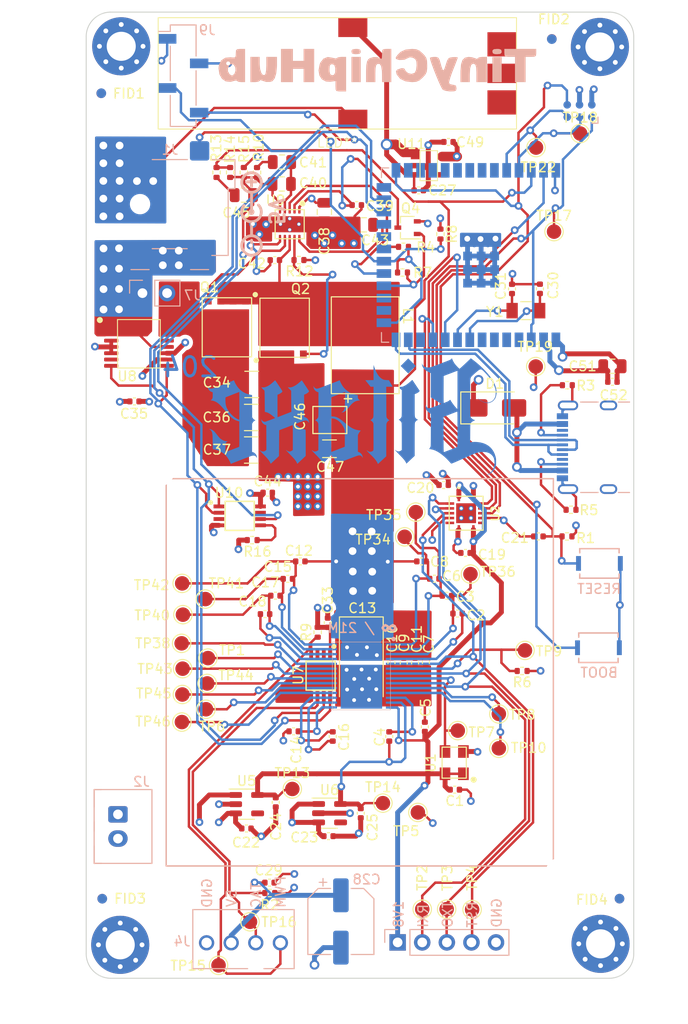
<source format=kicad_pcb>
(kicad_pcb (version 20221018) (generator pcbnew)
  (layers (0 "F.Cu" signal) (1 "In1.Cu" signal) (2 "In2.Cu" signal) (31 "B.Cu" signal) (34 "B.Paste" user) (35 "F.Paste" user) (36 "B.SilkS" user "B.Silkscreen") (37 "F.SilkS" user "F.Silkscreen") (38 "B.Mask" user) (39 "F.Mask" user) (44 "Edge.Cuts" user))
  (net 0 "")
  (net 1 "GND")
  (net 2 "/Power/VIN")
  (net 3 "/BM1366/1V8")
  (net 4 "/BM1366/INV_CLKO")
  (net 5 "/VDD")
  (net 6 "/ESP32/EN")
  (net 7 "/5V")
  (net 8 "/3V3")
  (net 9 "/TX")
  (net 10 "/RX")
  (net 11 "/BM1366/VDD3_0")
  (net 12 "/BM1366/VDD2_0")
  (net 13 "/RST")
  (net 14 "/BM1366/PIN_MODE")
  (net 15 "/Fan/FAN_TACH")
  (net 16 "/SCL")
  (net 17 "/Fan/FAN_PWM")
  (net 18 "/Power/OUT0")
  (net 19 "/Power/SW")
  (net 20 "/BM1366/0V8")
  (net 21 "/BM1366/VDD1_0")
  (net 22 "/BM1366/VDD1_1")
  (net 23 "/BM1366/VDD2_1")
  (net 24 "/BM1366/VDD3_1")
  (net 25 "Net-(Q4-D)")
  (net 26 "Net-(U9-COMP)")
  (net 27 "Net-(U9-BOOT)")
  (net 28 "Net-(C41-Pad2)")
  (net 29 "Net-(U9-BP)")
  (net 30 "/BM1366/CI")
  (net 31 "Net-(C45-Pad1)")
  (net 32 "/BM1366/RO")
  (net 33 "/BM1366/RST_N")
  (net 34 "Net-(Q1-G)")
  (net 35 "Net-(Q2-G)")
  (net 36 "/BM1366/RI")
  (net 37 "Net-(U10-FS0)")
  (net 38 "Net-(U12-GPIO19{slash}U1RTS{slash}ADC2_CH8{slash}CLK_OUT2{slash}USB_D-)")
  (net 39 "Net-(U12-GPIO20{slash}U1CTS{slash}ADC2_CH9{slash}CLK_OUT1{slash}USB_D+)")
  (net 44 "/BM1366/CLKI")
  (net 45 "/BM1366/NRSTO")
  (net 46 "/BM1366/BO")
  (net 47 "/BM1366/CLKO")
  (net 48 "/BM1366/CO")
  (net 49 "/ESP32/P_TX")
  (net 50 "/ESP32/P_RX")
  (net 51 "/ESP32/IO0")
  (net 52 "/ESP32/XIN32")
  (net 54 "/BM1366/ADDR0")
  (net 55 "/ESP32/XOUT32")
  (net 56 "/Power/PGOOD")
  (net 60 "/Power/OUT1")
  (net 62 "/ESP32/PWR_EN")
  (net 64 "/SDA")
  (net 78 "/BM1366/BI")
  (net 79 "/PLUG_SENSE")
  (net 80 "/BM1366/ADDR1")
  (net 81 "Net-(D1-Pad2)")
  (net 87 "Net-(J8-CC1)")
  (net 88 "Net-(J8-CC2)")
  (net 92 "Net-(U14-VDDIO_18_1)")
  (net 93 "Net-(U14-VDDIO_08_1)")
  (footprint "Capacitor_SMD:C_0805_2012Metric" (layer "F.Cu") (at 105.864 69.487 180)
    (fp_text reference "C43")
    (fp_text value "10uF")
  )
  (footprint "Capacitor_SMD:C_0402_1005Metric" (layer "F.Cu") (at 116.356 103.365 180)
    (fp_text reference "C19")
    (fp_text value "0.1uF")
  )
  (footprint "Diode_SMD:D_SMA" (layer "F.Cu") (at 119.38 88.392)
    (fp_text reference "D1")
    (fp_text value "SS310")
  )
  (footprint "Package_SO:TSSOP-16_4.4x5mm_P0.65mm" (layer "F.Cu") (at 82.64 81.77)
    (fp_text reference "U8")
    (fp_text value "INA260")
  )
  (footprint "Capacitor_SMD:C_0402_1005Metric" (layer "F.Cu") (at 112.268 114.6556 -90)
    (fp_text reference "C7")
    (fp_text value "0.1uF")
  )
  (footprint "Fiducial:Fiducial_1mm_Mask2mm" (layer "F.Cu") (at 125.2728 50.292)
    (fp_text reference "FID2")
    (fp_text value "Fiducial")
  )
  (footprint "Fiducial:Fiducial_1mm_Mask2mm" (layer "F.Cu") (at 132.2578 139.065)
    (fp_text reference "FID4")
    (fp_text value "Fiducial")
  )
  (footprint "Resistor_SMD:R_0402_1005Metric" (layer "F.Cu") (at 90.6496 64.079 -90)
    (fp_text reference "R13")
    (fp_text value "1.33k")
  )
  (footprint "Fiducial:Fiducial_1mm_Mask2mm" (layer "F.Cu") (at 78.8416 139.065)
    (fp_text reference "FID3")
    (fp_text value "Fiducial")
  )
  (footprint "Resistor_SMD:R_0402_1005Metric" (layer "F.Cu") (at 122.207 115.554 180)
    (fp_text reference "R6")
    (fp_text value "10k")
  )
  (footprint "Capacitor_SMD:C_0402_1005Metric" (layer "F.Cu") (at 115.25 127.81 180)
    (fp_text reference "C1")
    (fp_text value "0.1uF")
  )
  (footprint "TestPoint:TestPoint_Pad_D1.5mm" (layer "F.Cu") (at 87.0458 112.6998)
    (fp_text reference "TP38")
    (fp_text value "TestPoint")
  )
  (footprint "Package_TO_SOT_SMD:SOT-323_SC-70" (layer "F.Cu") (at 110.37 69.78 180)
    (fp_text reference "Q4")
    (fp_text value "2N7002K")
  )
  (footprint "Capacitor_SMD:C_0805_2012Metric" (layer "F.Cu") (at 97.4054 63.0058 180)
    (fp_text reference "C41")
    (fp_text value "1.5nF")
  )
  (footprint "TestPoint:TestPoint_Pad_D1.5mm" (layer "F.Cu") (at 123.61 84.12)
    (fp_text reference "TP19")
    (fp_text value "TestPoint")
  )
  (footprint "Resistor_SMD:R_0402_1005Metric" (layer "F.Cu") (at 113.77 70.44 -90)
    (fp_text reference "R8")
    (fp_text value "1M")
  )
  (footprint "Capacitor_SMD:C_0402_1005Metric" (layer "F.Cu") (at 114.44 107.79 180)
    (fp_text reference "C3")
    (fp_text value "1uF")
  )
  (footprint "MountingHole:MountingHole_3.5mm" (layer "F.Cu") (at 84.71 94.91)
    (fp_text reference "H6" hide)
    (fp_text value "MountingHole")
  )
  (footprint "Resistor_SMD:R_0402_1005Metric" (layer "F.Cu") (at 127.254 98.91 180)
    (fp_text reference "R5")
    (fp_text value "5.1k")
  )
  (footprint "Capacitor_SMD:C_0805_2012Metric" (layer "F.Cu") (at 101.783 68.1616 -90)
    (fp_text reference "C38")
    (fp_text value "1uF")
  )
  (footprint "TestPoint:TestPoint_Pad_D1.5mm" (layer "F.Cu") (at 111.225 99.15)
    (fp_text reference "TP35")
    (fp_text value "TestPoint")
  )
  (footprint "TestPoint:TestPoint_Pad_D1.5mm" (layer "F.Cu") (at 111.44 130.16)
    (fp_text reference "TP5")
    (fp_text value "TestPoint")
  )
  (footprint "Capacitor_SMD:C_0402_1005Metric" (layer "F.Cu") (at 105.54 130.24 -90)
    (fp_text reference "C25")
    (fp_text value "1uF")
  )
  (footprint "Capacitor_SMD:C_0805_2012Metric" (layer "F.Cu") (at 93.472 66.42)
    (fp_text reference "C45")
    (fp_text value "470pF")
  )
  (footprint "bitaxe:SC32S-7PF20PPM" (layer "F.Cu") (at 122.595 78.349 180)
    (fp_text reference "Y1")
    (fp_text value "32.768kHz")
  )
  (footprint "TestPoint:TestPoint_Pad_D1.5mm" (layer "F.Cu") (at 94.107 141.4526)
    (fp_text reference "TP16")
    (fp_text value "TestPoint")
  )
  (footprint "TestPoint:TestPoint_Pad_D1.5mm" (layer "F.Cu") (at 90.8558 145.9484)
    (fp_text reference "TP15")
    (fp_text value "TestPoint")
  )
  (footprint "Package_TO_SOT_SMD:SOT-23-5" (layer "F.Cu") (at 93.753 129.308)
    (fp_text reference "U5")
    (fp_text value "MCP1824T-1802E")
  )
  (footprint "Capacitor_SMD:C_0805_2012Metric" (layer "F.Cu") (at 131.53 84.09)
    (fp_text reference "C51")
    (fp_text value "10uF")
  )
  (footprint "TestPoint:TestPoint_Pad_D1.5mm" (layer "F.Cu") (at 119.8 119.99)
    (fp_text reference "TP8")
    (fp_text value "TestPoint")
  )
  (footprint "Package_TO_SOT_SMD:SOT-23-5" (layer "F.Cu") (at 102.32 130.24)
    (fp_text reference "U6")
    (fp_text value "MCP1824T-0802E")
  )
  (footprint "MountingHole:MountingHole_3.5mm" (layer "F.Cu") (at 126.06 136.36)
    (fp_text reference "H5" hide)
    (fp_text value "MountingHole")
  )
  (footprint "TestPoint:TestPoint_Pad_D1.5mm" (layer "F.Cu") (at 89.7636 114.2238)
    (fp_text reference "TP1")
    (fp_text value "TestPoint")
  )
  (footprint "Capacitor_SMD:C_0402_1005Metric" (layer "F.Cu") (at 108.485 122.318 90)
    (fp_text reference "C4")
    (fp_text value "1uF")
  )
  (footprint "TestPoint:TestPoint_Pad_D1.5mm" (layer "F.Cu") (at 87.1474 115.316)
    (fp_text reference "TP43")
    (fp_text value "TestPoint")
  )
  (footprint "Package_SO:TSSOP-8_3x3mm_P0.65mm" (layer "F.Cu") (at 101.3968 116.0272 -90)
    (fp_text reference "U7")
    (fp_text value "EMC2101")
  )
  (footprint "Capacitor_SMD:C_0402_1005Metric" (layer "F.Cu") (at 99.3 104.24 180)
    (fp_text reference "C12")
    (fp_text value "1uF")
  )
  (footprint "Capacitor_SMD:C_0402_1005Metric" (layer "F.Cu") (at 131.53 85.7)
    (fp_text reference "C52")
    (fp_text value "0.1uF")
  )
  (footprint "Resistor_SMD:R_0402_1005Metric" (layer "F.Cu") (at 126.837 101.658 180)
    (fp_text reference "R1")
    (fp_text value "10k")
  )
  (footprint "MountingHole:MountingHole_3mm_Pad_Via" (layer "F.Cu") (at 130.23501 51.12099)
    (fp_text reference "H7")
    (fp_text value "MountingHole_Pad")
  )
  (footprint "Capacitor_SMD:C_0402_1005Metric" (layer "F.Cu") (at 124.043 76.096 90)
    (fp_text reference "C30")
    (fp_text value "6.8pF")
  )
  (footprint "Fiducial:Fiducial_1mm_Mask2mm" (layer "F.Cu") (at 78.74 55.9054)
    (fp_text reference "FID1")
    (fp_text value "Fiducial")
  )
  (footprint "bitaxe:TXB0104" (layer "F.Cu") (at 116.422 99.265 -90)
    (fp_text reference "U2")
    (fp_text value "TXB0104RGYR")
  )
  (footprint "Resistor_SMD:R_0402_1005Metric" (layer "F.Cu") (at 94.8288 64.0836 -90)
    (fp_text reference "R10")
    (fp_text value "3.83k")
  )
  (footprint "TestPoint:TestPoint_Pad_D1.5mm" (layer "F.Cu") (at 87.1 106.51)
    (fp_text reference "TP42")
    (fp_text value "TestPoint")
  )
  (footprint "TestPoint:TestPoint_Pad_D1.5mm" (layer "F.Cu") (at 125.5 70.19)
    (fp_text reference "TP17")
    (fp_text value "TestPoint")
  )
  (footprint "bitaxe:FP1005R1-R15-R" (layer "F.Cu") (at 106.0006 81.9214 -90)
    (fp_text reference "L1")
    (fp_text value "150nH")
  )
  (footprint "Resistor_SMD:R_0402_1005Metric" (layer "F.Cu") (at 93.465 64.079 90)
    (fp_text reference "R15")
    (fp_text value "3.32k")
  )
  (footprint "bitaxe:LED-RF-Controller" (layer "F.Cu") (at 103.124 53.848)
    (fp_text reference "LED**")
    (fp_text value "LED-RF-Controller")
  )
  (footprint "Capacitor_SMD:C_0402_1005Metric" (layer "F.Cu") (at 98.01 106.04 180)
    (fp_text reference "C15")
    (fp_text value "1uF")
  )
  (footprint "Resistor_SMD:R_0402_1005Metric" (layer "F.Cu") (at 94.33 102.04 180)
    (fp_text reference "R16")
    (fp_text value "80.6k")
  )
  (footprint "MountingHole:MountingHole_3mm_Pad_Via" (layer "F.Cu") (at 130.302 143.728)
    (fp_text reference "H9")
    (fp_text value "MountingHole_Pad")
  )
  (footprint "Capacitor_SMD:C_0402_1005Metric" (layer "F.Cu") (at 102.646 122.318 90)
    (fp_text reference "C16")
    (fp_text value "1uF")
  )
  (footprint "Capacitor_SMD:C_0402_1005Metric" (layer "F.Cu") (at 114.6 60.93 180)
    (fp_text reference "C49")
    (fp_text value "1uF")
  )
  (footprint "Capacitor_SMD:C_0402_1005Metric" (layer "F.Cu") (at 95.659 109.681 180)
    (fp_text reference "C18")
    (fp_text value "1uF")
  )
  (footprint "TestPoint:TestPoint_Pad_D1.5mm" (layer "F.Cu") (at 128.2 60.06)
    (fp_text reference "TP18")
    (fp_text value "TestPoint")
  )
  (footprint "Capacitor_SMD:C_0805_2012Metric" (layer "F.Cu") (at 97.383 65.268 180)
    (fp_text reference "C40")
    (fp_text value "180pF")
  )
  (footprint "Package_SO:TSSOP-8_3x3mm_P0.65mm" (layer "F.Cu") (at 93.04 99.54)
    (fp_text reference "U10")
    (fp_text value "DS4432U+")
  )
  (footprint "TestPoint:TestPoint_Pad_D1.5mm" (layer "F.Cu") (at 116.87 105.55)
    (fp_text reference "TP36")
    (fp_text value "TestPoint")
  )
  (footprint "Capacitor_SMD:C_0402_1005Metric" (layer "F.Cu") (at 105.13 67.45)
    (fp_text reference "C39")
    (fp_text value "3.3nF")
  )
  (footprint "TestPoint:TestPoint_Pad_D1.5mm" (layer "F.Cu") (at 89.6874 116.84)
    (fp_text reference "TP44")
    (fp_text value "TestPoint")
  )
  (footprint "MountingHole:MountingHole_3mm_Pad_Via" (layer "F.Cu") (at 80.70501 143.83099)
    (fp_text reference "H10")
    (fp_text value "MountingHole_Pad")
  )
  (footprint "Capacitor_SMD:C_0402_1005Metric" (layer "F.Cu") (at 121.159 76.105 90)
    (fp_text reference "C31")
    (fp_text value "6.8pF")
  )
  (footprint "Capacitor_SMD:C_0402_1005Metric" (layer "F.Cu") (at 82.17 87.72 180)
    (fp_text reference "C35")
    (fp_text value "1uF")
  )
  (footprint "Capacitor_SMD:C_0402_1005Metric" (layer "F.Cu") (at 108.712 114.681 -90)
    (fp_text reference "C10")
    (fp_text value "1uF")
  )
  (footprint "Capacitor_SMD:C_0402_1005Metric" (layer "F.Cu") (at 111.1504 114.7064 -90)
    (fp_text reference "C11")
    (fp_text value "1uF")
  )
  (footprint "Resistor_SMD:R_0402_1005Metric" (layer "F.Cu") (at 92.0573 64.079 -90)
    (fp_text reference "R14")
    (fp_text value "4.99k")
  )
  (footprint "Capacitor_SMD:C_0402_1005Metric" (layer "F.Cu") (at 98.612 121.788 180)
    (fp_text reference "C14")
    (fp_text value "1uF")
  )
  (footprint "Capacitor_Tantalum_SMD:CP_EIA-7343-31_Kemet-D_Pad2.25x2.55mm_HandSolder" (layer "F.Cu") (at 105.6 114.56 -90)
    (fp_text reference "C13")
    (fp_text value "330uF")
  )
  (footprint "bitaxe:CSD17311Q5" (layer "F.Cu") (at 97.6816 80.1102 -90)
    (fp_text reference "Q2")
    (fp_text value "CSD17311Q5")
  )
  (footprint "Capacitor_SMD:C_0402_1005Metric" (layer "F.Cu") (at 102.1334 110.5662 90)
    (fp_text reference "C33")
    (fp_text value "0.1uF")
  )
  (footprint "Resistor_SMD:R_0402_1005Metric" (layer "F.Cu") (at 96.15 138.48)
    (fp_text reference "R2")
    (fp_text value "5.6k")
  )
  (footprint "TestPoint:TestPoint_Pad_D1.5mm" (layer "F.Cu") (at 114.41 140.15)
    (fp_text reference "TP3")
    (fp_text value "TestPoint")
  )
  (footprint "TestPoint:TestPoint_Pad_D1.5mm" (layer "F.Cu") (at 89.5 108.13)
    (fp_text reference "TP41")
    (fp_text value "TestPoint")
  )
  (footprint "Capacitor_SMD:C_0402_1005Metric" (layer "F.Cu") (at 95.93 97.14)
    (fp_text reference "C44")
    (fp_text value "1uF")
  )
  (footprint "bitaxe:TPS40305" (layer "F.Cu") (at 98.201691 69.4222 -90)
    (fp_text reference "U9")
    (fp_text value "TPS40305")
  )
  (footprint "TestPoint:TestPoint_Pad_D1.5mm" (layer "F.Cu") (at 110.075 101.7)
    (fp_text reference "TP34")
    (fp_text value "TestPoint")
  )
  (footprint "TestPoint:TestPoint_Pad_D1.5mm" (layer "F.Cu") (at 87.0712 120.8278)
    (fp_text reference "TP46")
    (fp_text value "TestPoint")
  )
  (footprint "MountingHole:MountingHole_3mm_Pad_Via" (layer "F.Cu") (at 80.808 51.054)
    (fp_text reference "H8" hide)
    (fp_text value "MountingHole_Pad")
  )
  (footprint "Capacitor_SMD:C_0402_1005Metric" (layer "F.Cu") (at 93.733 131.818)
    (fp_text reference "C22")
    (fp_text value "1uF")
  )
  (footprint "TestPoint:TestPoint_Pad_D1.5mm" (layer "F.Cu") (at 119.8 123.54)
    (fp_text reference "TP10")
    (fp_text value "TestPoint")
  )
  (footprint "Capacitor_SMD:C_0402_1005Metric" (layer "F.Cu") (at 123.89 101.66 180)
    (fp_text reference "C21")
    (fp_text value "1uF")
  )
  (footprint "Capacitor_SMD:C_0402_1005Metric" (layer "F.Cu") (at 113.14 106.03 180)
    (fp_text reference "C6")
    (fp_text value "1uF")
  )
  (footprint "bitaxe:CAP_2R5TPE220MAFB" (layer "F.Cu") (at 102.3516 89.6402 180)
    (fp_text reference "C46")
    (fp_text value "220uF")
  )
  (footprint "bitaxe:CSD17311Q5" (layer "F.Cu") (at 91.719887 80.066364 90)
    (fp_text reference "Q1")
    (fp_text value "CSD17311Q5")
  )
  (footprint "Capacitor_SMD:C_0402_1005Metric" (layer "F.Cu") (at 96.6698 73.128)
    (fp_text reference "C42")
    (fp_text value "0.1uF")
  )
  (footprint "TestPoint:TestPoint_Pad_D1.5mm" (layer "F.Cu") (at 115.56 121.71)
    (fp_text reference "TP7")
    (fp_text value "TestPoint")
  )
  (footprint "Capacitor_SMD:C_1210_3225Metric" (layer "F.Cu") (at 94.2816 85.9702)
    (fp_text reference "C34")
    (fp_text value "47uF")
  )
  (footprint "TestPoint:TestPoint_Pad_D1.5mm" (layer "F.Cu") (at 87.18 109.74)
    (fp_text reference "TP40")
    (fp_text value "TestPoint")
  )
  (footprint "TestPoint:TestPoint_Pad_D1.5mm" (layer "F.Cu") (at 117.04 140.19 90)
    (fp_text reference "TP4")
    (fp_text value "TestPoint")
  )
  (footprint "bitaxe:O 25,0-JO32-B-1V3-1-T1-LF" (layer "F.Cu") (at 115.19 125.02 90)
    (fp_text reference "U1")
    (fp_text value "25MHz")
  )
  (footprint "TestPoint:TestPoint_Pad_D1.5mm" (layer "F.Cu") (at 98.473 127.736)
    (fp_text reference "TP13")
    (fp_text value "TestPoint")
  )
  (footprint "Resistor_SMD:R_0402_1005Metric" (layer "F.Cu") (at 99.1602 73.1234)
    (fp_text reference "R12")
    (fp_text value "4.12k")
  )
  (footprint "Resistor_SMD:R_0402_1005Metric" (layer "F.Cu") (at 109.955 71.76 180)
    (fp_text reference "R4")
    (fp_text value "10k")
  )
  (footprint "Capacitor_SMD:C_0402_1005Metric" (layer "F.Cu") (at 115.54 109.624 180)
    (fp_text reference "C2")
    (fp_text value "1uF")
  )
  (footprint "Resistor_SMD:R_0402_1005Metric" (layer "F.Cu") (at 109.85 74.41)
    (fp_text reference "R7")
    (fp_text value "10k")
  )
  (footprint "Capacitor_SMD:C_0402_1005Metric" (layer "F.Cu") (at 102.21 132.61)
    (fp_text reference "C23")
    (fp_text value "1uF")
  )
  (footprint "TestPoint:TestPoint_Pad_D1.5mm" (layer "F.Cu") (at 89.5604 119.507)
    (fp_text reference "TP6")
    (fp_text value "TestPoint")
  )
  (footprint "Capacitor_SMD:C_0402_1005Metric" (layer "F.Cu") (at 112.16 121.32 90)
    (fp_text reference "C5")
    (fp_text value "1uF")
  )
  (footprint "TestPoint:TestPoint_Pad_D1.5mm" (layer "F.Cu") (at 122.5 113.43)
    (fp_text reference "TP9")
    (fp_text value "TestPoint")
  )
  (footprint "Resistor_SMD:R_0402_1005Metric" (layer "F.Cu") (at 101.092 111.5568 90)
    (fp_text reference "R9")
    (fp_text value "10k")
  )
  (footprint "Capacitor_SMD:C_0402_1005Metric" (layer "F.Cu") (at 96.73 107.78 180)
    (fp_text reference "C17")
    (fp_text value "1uF")
  )
  (footprint "Capacitor_SMD:C_0402_1005Metric" (layer "F.Cu") (at 111.81 104.24 180)
    (fp_text reference "C8")
    (fp_text value "1uF")
  )
  (footprint "Capacitor_SMD:C_0402_1005Metric" (layer "F.Cu") (at 96.12 137.41)
    (fp_text reference "C29")
    (fp_text value "0.1uF")
  )
  (footprint "TestPoint:TestPoint_Pad_D1.5mm" (layer "F.Cu") (at 107.83 129.2)
    (fp_text reference "TP14")
    (fp_text value "TestPoint")
  )
  (footprint "TestPoint:TestPoint_Pad_D1.5mm" (layer "F.Cu") (at 87.122 117.983)
    (fp_text reference "TP45")
    (fp_text value "TestPoint")
  )
  (footprint "Resistor_SMD:R_0402_1005Metric" (layer "F.Cu") (at 126.872 86.047 180)
    (fp_text reference "R3")
    (fp_text value "5.1k")
  )
  (footprint "Capacitor_SMD:C_0402_1005Metric" (layer "F.Cu") (at 111.531 65.931)
    (fp_text reference "C27")
    (fp_text value "1uF")
  )
  (footprint "TestPoint:TestPoint_Pad_D1.5mm" (layer "F.Cu") (at 123.64 61.51)
    (fp_text reference "TP22")
    (fp_text value "TestPoint")
  )
  (footprint "TestPoint:TestPoint_Pad_D1.5mm" (layer "F.Cu") (at 111.89 140.15)
    (fp_text reference "TP2")
    (fp_text value "TestPoint")
  )
  (footprint "Capacitor_SMD:C_0402_1005Metric" (layer "F.Cu") (at 114.102 96.355 180)
    (fp_text reference "C20")
    (fp_text value "0.1uF")
  )
  (footprint "Capacitor_SMD:C_1206_3216Metric" (layer "F.Cu") (at 102.3116 92.6102 180)
    (fp_text reference "C47")
    (fp_text value "100uF")
  )
  (footprint "Capacitor_SMD:C_0402_1005Metric" (layer "F.Cu") (at 96.763 129.118 -90)
    (fp_text reference "C24")
    (fp_text value "1uF")
  )
  (footprint "Capacitor_SMD:C_1210_3225Metric" (layer "F.Cu") (at 94.2416 89.3802)
    (fp_text reference "C36")
    (fp_text value "47uF")
  )
  (footprint "Capacitor_SMD:C_0402_1005Metric" (layer "F.Cu") (at 109.982 114.71 -90)
    (fp_text reference "C9")
    (fp_text value "0.1uF")
  )
  (footprint "bitaxe:RT9080-33GJ5" (layer "F.Cu") (at 112.563 63.38)
    (fp_text reference "U11")
    (fp_text value "RT9080-33GJ5")
  )
  (footprint "Capacitor_SMD:C_1210_3225Metric" (layer "F.Cu") (at 94.2416 92.7402)
    (fp_text reference "C37")
    (fp_text value "47uF")
  )
  (footprint "bitaxe:470531000" (layer "B.Cu") (at 89.621 143.622)
    (fp_text reference "J4")
    (fp_text value "Conn_01x04")
  )
  (footprint "Connector_PinSocket_2.54mm:PinSocket_1x04_P2.54mm_Vertical_SMD_Pin1Right" (layer "B.Cu") (at 87.205 54.09 180)
    (fp_text reference "J9")
    (fp_text value "Conn_01x04")
  )
  (footprint "Fiducial:Fiducial_1mm_Mask2mm" (layer "B.Cu") (at 132.26 139.06 180)
    (fp_text reference "FID7" hide)
    (fp_text value "Fiducial")
  )
  (footprint "Connector_PinHeader_2.54mm:PinHeader_1x02_P2.54mm_Vertical" (layer "B.Cu") (at 83 76.54 -90)
    (fp_text reference "J7")
    (fp_text value "Conn_01x02")
  )
  (footprint "Connector_PinHeader_2.54mm:PinHeader_1x05_P2.54mm_Vertical" (layer "B.Cu") (at 109.35 143.58 -90)
    (fp_text reference "J3" hide)
    (fp_text value "Conn_01x05")
  )
  (footprint "Connector_USB:USB_C_Receptacle_GCT_USB4105-xx-A_16P_TopMnt_Horizontal" (layer "B.Cu") (at 130.048 92.456 -90)
    (fp_text reference "J8" hide)
    (fp_text value "USB_C_Receptacle_USB2.0")
  )
  (footprint "bitaxe:ESP32-S3-WROOM-1" (layer "B.Cu") (at 117.43 72.61 90)
    (fp_text reference "U12" hide)
    (fp_text value "ESP32-S3-WROOM-1")
  )
  (footprint "bitaxe:Tag-Connect_TC2030-IDC-NL_2x03_P1.27mm_Vertical" (layer "B.Cu") (at 128.13 57.73 180)
    (fp_text reference "J5" hide)
    (fp_text value "TC2030-IDC")
  )
  (footprint "bitaxe:logo" (layer "B.Cu") (at 105.131305 89.685804 180)
    (fp_text reference "G***" hide)
    (fp_text value "LOGO" hide)
  )
  (footprint "bitaxe:logo-fcu" (layer "B.Cu") (at 105.131305 89.685804 180)
    (fp_text reference "G***" hide)
    (fp_text value "LOGO" hide)
  )
  (footprint "Fiducial:Fiducial_1mm_Mask2mm" (layer "B.Cu") (at 78.85 139.07 180)
    (fp_text reference "FID8" hide)
    (fp_text value "Fiducial")
  )
  (footprint "bitaxe:BM1366" (layer "B.Cu") (at 105.612 116.068 180)
    (fp_text reference "U14" hide)
    (fp_text value "BM1366_mode1")
  )
  (footprint "Capacitor_SMD:CP_Elec_6.3x7.7" (layer "B.Cu") (at 103.49 141.42 -90)
    (fp_text reference "C28")
    (fp_text value "220uF")
  )
  (footprint "bitaxe:BarrelJack_Wuerth_694106106102_2.0x5.5mm" (layer "B.Cu") (at 85.825 67.35 90)
    (fp_text reference "J1")
    (fp_text value "54-00164")
  )
  (footprint "bitaxe:SW_CS1213AGF260_CRS" (layer "B.Cu") (at 130.186 104.448 180)
    (fp_text reference "SW1" hide)
    (fp_text value "GT-TC029B-H025-L1N")
  )
  (footprint "LOGO" (layer "B.Cu") (at 107.188 52.832 180)
    (fp_text reference "G***" hide)
    (fp_text value "LOGO" hide)
  )
  (footprint "bitaxe:polarity" (layer "B.Cu") (at 94.265 68.155 90)
    (fp_text reference "U3" hide)
    (fp_text value "~")
  )
  (footprint "Fiducial:Fiducial_1mm_Mask2mm" (layer "B.Cu") (at 125.27 50.31 180)
    (fp_text reference "FID5" hide)
    (fp_text value "Fiducial")
  )
  (footprint "bitaxe:JST_XH_B2B-XH-A_1x02_P2.50mm_Vertical" (layer "B.Cu") (at 80.47 130.36 -90)
    (fp_text reference "J2")
    (fp_text value "Conn_01x02")
  )
  (footprint "bitaxe:SW_CS1213AGF260_CRS" (layer "B.Cu") (at 130.082 113.155 180)
    (fp_text reference "SW2" hide)
    (fp_text value "GT-TC029B-H025-L1N")
  )
  (footprint "Fiducial:Fiducial_1mm_Mask2mm" (layer "B.Cu") (at 78.75 55.9 180)
    (fp_text reference "FID6" hide)
    (fp_text value "Fiducial")
  )
  (gr_rect (start 85.45 95.7) (end 125.43 135.69) (stroke (width 0.15)) (fill none) (layer "B.SilkS"))
  (gr_line (start 79.729 47.522) (end 131.192 47.522) (stroke (width 0.1)) (layer "Edge.Cuts"))
  (gr_arc (start 133.732 144.744) (mid 132.988051 146.540051) (end 131.192 147.284) (stroke (width 0.1)) (layer "Edge.Cuts"))
  (gr_arc (start 131.192 47.522) (mid 132.988051 48.265949) (end 133.732 50.062) (stroke (width 0.1)) (layer "Edge.Cuts"))
  (gr_arc (start 77.189 50.062) (mid 77.932949 48.265949) (end 79.729 47.522) (stroke (width 0.1)) (layer "Edge.Cuts"))
  (gr_line (start 131.192 147.284) (end 79.729 147.284) (stroke (width 0.1)) (layer "Edge.Cuts"))
  (gr_line (start 133.732 50.062) (end 133.732 144.744) (stroke (width 0.1)) (layer "Edge.Cuts"))
  (gr_arc (start 79.729 147.284) (mid 77.932949 146.540051) (end 77.189 144.744) (stroke (width 0.1)) (layer "Edge.Cuts"))
  (gr_line (start 77.189 144.744) (end 77.189 50.062) (stroke (width 0.1)) (layer "Edge.Cuts"))
  (gr_text "204" (at 90.95 85.35) (layer "B.Cu") (effects (font (size 2 2) (thickness 0.3)) (justify left bottom mirror)))
  (gr_text "RST" (at 117.0475 140.699666 90) (layer "B.SilkS") (effects (font (size 1 1)) (justify mirror)))
  (gr_text "5V" (at 92.209 139.018 90) (layer "B.SilkS") (effects (font (size 1 1)) (justify mirror)))
  (gr_text "1V8" (at 109.45 140.675857 90) (layer "B.SilkS") (effects (font (size 1 1)) (justify mirror)))
  (gr_text "/ 21M" (at 104.55 111.11) (layer "B.SilkS") (effects (font (size 1 1)) (justify mirror)))
  (gr_text "∞" (at 108.47 110.96) (layer "B.SilkS") (effects (font (size 2 2) (thickness 0.25)) (justify mirror)))
  (gr_text "5V" (at 95.925 69.675 -90) (layer "B.SilkS") (effects (font (size 1.5 1.5) (thickness 0.3) bold) (justify left bottom mirror)))
  (gr_text "RXI" (at 111.9825 140.842524 90) (layer "B.SilkS") (effects (font (size 1 1)) (justify mirror)))
  (gr_text "PWM" (at 97.265 138.363 90) (layer "B.SilkS") (effects (font (size 1 1)) (justify mirror)))
  (gr_text "GND" (at 119.58 140.533 90) (layer "B.SilkS") (effects (font (size 1 1)) (justify mirror)))
  (gr_text "TXO" (at 114.515 140.675857 90) (layer "B.SilkS") (effects (font (size 1 1)) (justify mirror)))
  (gr_text "TAC" (at 94.7325 138.696333 90) (layer "B.SilkS") (effects (font (size 1 1)) (justify mirror)))
  (gr_text "GND" (at 89.6675 138.482048 90) (layer "B.SilkS") (effects (font (size 1 1)) (justify mirror)))
  (segment (start 90.897 129.309) (end 90.898 129.308) (width 0.508) (layer "F.Cu") (net 1))
  (segment (start 112.513 63.759) (end 112.513 65.429) (width 0.508) (layer "F.Cu") (net 1))
  (segment (start 96.763 129.768) (end 96.763 131.278) (width 0.508) (layer "F.Cu") (net 1))
  (segment (start 112.513 65.429) (end 112.011 65.931) (width 0.508) (layer "F.Cu") (net 1))
  (segment (start 116.91 128.21) (end 116.91 128.99) (width 0.254) (layer "F.Cu") (net 1))
  (segment (start 111.18905 63.376) (end 111.18505 63.38) (width 0.508) (layer "F.Cu") (net 1))
  (segment (start 104.724 58.598) (end 103.5466 57.4206) (width 0.254) (layer "F.Cu") (net 1))
  (segment (start 118.107 99.765) (end 120.075 99.765) (width 0.254) (layer "F.Cu") (net 1))
  (segment (start 121.159 74.598) (end 121.21 74.547) (width 0.254) (layer "F.Cu") (net 1))
  (segment (start 90.89 100.515) (end 90.215 100.515) (width 0.508) (layer "F.Cu") (net 1))
  (segment (start 90.4074 57.4206) (end 84.11 63.718) (width 0.254) (layer "F.Cu") (net 1))
  (segment (start 112.9225 101.108938) (end 114.266438 99.765) (width 0.254) (layer "F.Cu") (net 1))
  (segment (start 117.602 123.903) (end 117.569 123.87) (width 0.508) (layer "F.Cu") (net 1))
  (segment (start 111.88 130.16) (end 112.98 131.26) (width 0.254) (layer "F.Cu") (net 1))
  (segment (start 115.13 103.06) (end 115.13 102.6317) (width 0.254) (layer "F.Cu") (net 1))
  (segment (start 90.13 101.01989) (end 90.360055 101.249945) (width 0.508) (layer "F.Cu") (net 1))
  (segment (start 115.5737 102.188) (end 115.5737 101.0483) (width 0.508) (layer "F.Cu") (net 1))
  (segment (start 122.717 115.554) (end 124.094 115.554) (width 0.254) (layer "F.Cu") (net 1))
  (segment (start 102.86 132.61) (end 105.04 132.61) (width 0.508) (layer "F.Cu") (net 1))
  (segment (start 115.13 102.6317) (end 115.5737 102.188) (width 0.254) (layer "F.Cu") (net 1))
  (segment (start 95.179 111.194) (end 96.109 112.124) (width 0.254) (layer "F.Cu") (net 1))
  (segment (start 97.494 136.516) (end 96.6 137.41) (width 0.254) (layer "F.Cu") (net 1))
  (segment (start 112.16 118.803) (end 112.158 118.801) (width 0.254) (layer "F.Cu") (net 1))
  (segment (start 100.8426 73.1234) (end 100.8506 73.1314) (width 0.254) (layer "F.Cu") (net 1))
  (segment (start 104.914 68.586) (end 104.914 69.487) (width 0.254) (layer "F.Cu") (net 1))
  (segment (start 90.13 100.6) (end 90.13 101.01989) (width 0.508) (layer "F.Cu") (net 1))
  (segment (start 120.075 99.765) (end 120.31 100) (width 0.254) (layer "F.Cu") (net 1))
  (segment (start 121.168 75.616) (end 121.159 75.625) (width 0.254) (layer "F.Cu") (net 1))
  (segment (start 110.856 121.838) (end 110.862 121.832) (width 0.254) (layer "F.Cu") (net 1))
  (segment (start 112.512 61.25) (end 112.812 60.95) (width 0.508) (layer "F.Cu") (net 1))
  (segment (start 116.02 109.624) (end 116.02 111.630284) (width 0.254) (layer "F.Cu") (net 1))
  (segment (start 114.1 60.95) (end 114.12 60.93) (width 0.508) (layer "F.Cu") (net 1))
  (segment (start 127.382 87.697) (end 126.943 88.136) (width 0.254) (layer "F.Cu") (net 1))
  (segment (start 96.4 97.7) (end 96.84 98.14) (width 0.508) (layer "F.Cu") (net 1))
  (segment (start 101.242 122.727) (end 99.393 122.727) (width 0.254) (layer "F.Cu") (net 1))
  (segment (start 127.764 97.597) (end 126.943 96.776) (width 0.254) (layer "F.Cu") (net 1))
  (segment (start 96.4 97.31) (end 96.4 97.7) (width 0.508) (layer "F.Cu") (net 1))
  (segment (start 78.125 82.095) (end 78.09 82.06) (width 0.508) (layer "F.Cu") (net 1))
  (segment (start 95.461 132.62) (end 95.015 132.62) (width 0.508) (layer "F.Cu") (net 1))
  (segment (start 94.89 62.47) (end 94.564 62.47) (width 0.254) (layer "F.Cu") (net 1))
  (segment (start 115.9 127.81) (end 116.51 127.81) (width 0.254) (layer "F.Cu") (net 1))
  (segment (start 105.61 67.45) (end 105.61 67.89) (width 0.254) (layer "F.Cu") (net 1))
  (segment (start 80.66 87.76) (end 80.7 87.72) (width 0.508) (layer "F.Cu") (net 1))
  (segment (start 127.764 98.91) (end 127.764 97.597) (width 0.254) (layer "F.Cu") (net 1))
  (segment (start 126.38 83.11) (end 126.68 82.81) (width 0.508) (layer "F.Cu") (net 1))
  (segment (start 105.54 132.11) (end 105.54 130.89) (width 0.508) (layer "F.Cu") (net 1))
  (segment (start 117.569 123.87) (end 116.14 123.87) (width 0.508) (layer "F.Cu") (net 1))
  (segment (start 124.094 115.554) (end 124.109 115.539) (width 0.254) (layer "F.Cu") (net 1))
  (segment (start 103.5466 57.4206) (end 90.4074 57.4206) (width 0.254) (layer "F.Cu") (net 1))
  (segment (start 96.783 131.298) (end 95.461 132.62) (width 0.508) (layer "F.Cu") (net 1))
  (segment (start 112.513 63.759) (end 112.513 61.251) (width 0.508) (layer "F.Cu") (net 1))
  (segment (start 92.94 102.96) (end 92.91 102.99) (width 0.508) (layer "F.Cu") (net 1))
  (segment (start 121.159 75.625) (end 121.159 74.598) (width 0.254) (layer "F.Cu") (net 1))
  (segment (start 102.131 121.838) (end 101.242 122.727) (width 0.254) (layer "F.Cu") (net 1))
  (segment (start 131.2 82.81) (end 132.48 84.09) (width 0.508) (layer "F.Cu") (net 1))
  (segment (start 84.11 63.718) (end 84.11 64.9675) (width 0.254) (layer "F.Cu") (net 1))
  (segment (start 112.9225 102.037) (end 112.9225 101.108938) (width 0.254) (layer "F.Cu") (net 1))
  (segment (start 101.1825 130.24) (end 104.43 130.24) (width 0.508) (layer "F.Cu") (net 1))
  (segment (start 105.04 132.61) (end 105.54 132.11) (width 0.508) (layer "F.Cu") (net 1))
  (segment (start 115.876 103.365) (end 115.435 103.365) (width 0.254) (layer "F.Cu") (net 1))
  (segment (start 80.7 87.72) (end 81.69 87.72) (width 0.508) (layer "F.Cu") (net 1))
  (segment (start 112.13 63.376) (end 111.18905 63.376) (width 0.508) (layer "F.Cu") (net 1))
  (segment (start 127.382 86.047) (end 127.382 87.697) (width 0.254) (layer "F.Cu") (net 1))
  (segment (start 112.24 69.13) (end 111.37 69.13) (width 0.254) (layer "F.Cu") (net 1))
  (segment (start 92.94 102.04) (end 92.94 102.96) (width 0.508) (layer "F.Cu") (net 1))
  (segment (start 115.435 103.365) (end 115.13 103.06) (width 0.254) (layer "F.Cu") (net 1))
  (segment (start 95.179 109.681) (end 95.179 111.194) (width 0.254) (layer "F.Cu") (net 1))
  (segment (start 116.02 111.630284) (end 115.099642 112.550642) (width 0.254) (layer "F.Cu") (net 1))
  (segment (start 97.551 122.045) (end 97.551 122.747) (width 0.254) (layer "F.Cu") (net 1))
  (segment (start 112.592 95.325) (end 113.622 96.355) (width 0.508) (layer "F.Cu") (net 1))
  (segment (start 115.5737 101.0483) (end 115.672 100.95) (width 0.508) (layer "F.Cu") (net 1))
  (segment (start 90.898 129.308) (end 92.6155 129.308) (width 0.508) (layer "F.Cu") (net 1))
  (segment (start 105.61 67.89) (end 104.914 68.586) (width 0.254) (layer "F.Cu") (net 1))
  (segment (start 95.015 132.62) (end 94.213 131.818) (width 0.508) (layer "F.Cu") (net 1))
  (segment (start 108.485 121.838) (end 110.856 121.838) (width 0.254) (layer "F.Cu") (net 1))
  (segment (start 123.41 101.66) (end 121.97 101.66) (width 0.254) (layer "F.Cu") (net 1))
  (segment (start 132.01 84.56) (end 132.01 85.7) (width 0.508) (layer "F.Cu") (net 1))
  (segment (start 102.0826 109.0676) (end 102.1334 109.1184) (width 0.508) (layer "F.Cu") (net 1))
  (segment (start 111.44 130.16) (end 111.88 130.16) (width 0.254) (layer "F.Cu") (net 1))
  (segment (start 90.215 100.515) (end 90.13 100.6) (width 0.508) (layer "F.Cu") (net 1))
  (segment (start 97.808 121.788) (end 97.551 122.045) (width 0.254) (layer "F.Cu") (net 1))
  (segment (start 126.68 82.81) (end 131.2 82.81) (width 0.508) (layer "F.Cu") (net 1))
  (segment (start 94.564 62.47) (end 93.465 63.569) (width 0.254) (layer "F.Cu") (net 1))
  (segment (start 112.812 60.95) (end 114.1 60.95) (width 0.508) (layer "F.Cu") (net 1))
  (segment (start 112.318 95.325) (end 112.592 95.325) (width 0.508) (layer "F.Cu") (net 1))
  (segment (start 112.16 120.84) (end 112.16 118.803) (width 0.254) (layer "F.Cu") (net 1))
  (segment (start 79.7775 82.095) (end 78.125 82.095) (width 0.508) (layer "F.Cu") (net 1))
  (segment (start 116.51 127.81) (end 116.91 128.21) (width 0.254) (layer "F.Cu") (net 1))
  (segment (start 86.306158 82.745) (end 85.5025 82.745) (width 0.508) (layer "F.Cu") (net 1))
  (segment (start 112.513 61.251) (end 112.512 61.25) (width 0.508) (layer "F.Cu") (net 1))
  (segment (start 92.94 102.04) (end 93.82 102.04) (width 0.508) (layer "F.Cu") (net 1))
  (segment (start 99.6702 73.1234) (end 100.8426 73.1234) (width 0.254) (layer "F.Cu") (net 1))
  (segment (start 79.7775 81.445) (end 79.7775 82.095) (width 0.4) (layer "F.Cu") (net 1))
  (segment (start 87.414791 81.636367) (end 86.306158 82.745) (width 0.508) (layer "F.Cu") (net 1))
  (segment (start 96.763 131.278) (end 96.783 131.298) (width 0.508) (layer "F.Cu") (net 1))
  (segment (start 114.266438 99.765) (end 114.737 99.765) (width 0.254) (layer "F.Cu") (net 1))
  (segment (start 102.1334 109.1184) (end 102.1334 110.0862) (width 0.508) (layer "F.Cu") (net 1))
  (segment (start 98.682 136.516) (end 97.494 136.516) (width 0.254) (layer "F.Cu") (net 1))
  (segment (start 98.132 121.788) (end 97.808 121.788) (width 0.254) (layer "F.Cu") (net 1))
  (segment (start 112.46 69.35) (end 112.24 69.13) (width 0.254) (layer "F.Cu") (net 1))
  (segment (start 112.513 63.759) (end 112.13 63.376) (width 0.508) (layer "F.Cu") (net 1))
  (segment (start 79.7775 82.745) (end 79.7775 82.095) (width 0.4) (layer "F.Cu") (net 1))
  (segment (start 102.646 121.838) (end 102.131 121.838) (width 0.254) (layer "F.Cu") (net 1))
  (segment (start 121.97 101.66) (end 120.31 100) (width 0.254) (layer "F.Cu") (net 1))
  (segment (start 132.48 84.09) (end 132.01 84.56) (width 0.508) (layer "F.Cu") (net 1))
  (segment (start 124.043 75.616) (end 121.168 75.616) (width 0.254) (layer "F.Cu") (net 1))
  (via (at 95.067 70.471) (size 0.8) (drill 0.4) (layers "F.Cu" "B.Cu") (net 1))
  (via (at 80.64 68.6075) (size 1.2) (drill 0.8) (layers "F.Cu" "B.Cu") (net 1))
  (via (at 80.64 63.125) (size 1.2) (drill 0.8) (layers "F.Cu" "B.Cu") (net 1))
  (via (at 78.09 82.06) (size 0.8) (drill 0.4) (layers "F.Cu" "B.Cu") (net 1))
  (via (at 100.8506 73.1314) (size 0.8) (drill 0.4) (layers "F.Cu" "B.Cu") (net 1))
  (via (at 80.64 64.9525) (size 1.2) (drill 0.8) (layers "F.Cu" "B.Cu") (net 1))
  (via (at 116.91 128.99) (size 0.8) (drill 0.4) (layers "F.Cu" "B.Cu") (net 1))
  (via (at 116.54 70.92) (size 1) (drill 0.6) (layers "F.Cu" "B.Cu") (net 1))
  (via (at 80.64 66.78) (size 1.2) (drill 0.8) (layers "F.Cu" "B.Cu") (net 1))
  (via (at 99.06 95.504) (size 0.8) (drill 0.4) (layers "F.Cu" "B.Cu") (net 1))
  (via (at 78.96 61.3) (size 1.2) (drill 0.8) (layers "F.Cu" "B.Cu") (net 1))
  (via (at 82.43 64.97) (size 1.2) (drill 0.8) (layers "F.Cu" "B.Cu") (net 1))
  (via (at 125.6 65.94) (size 0.8) (drill 0.4) (layers "F.Cu" "B.Cu") (net 1))
  (via (at 112.98 131.26) (size 0.8) (drill 0.4) (layers "F.Cu" "B.Cu") (net 1))
  (via (at 96.109 112.124) (size 0.8) (drill 0.4) (layers "F.Cu" "B.Cu") (net 1))
  (via (at 84.11 64.9675) (size 1.2) (drill 0.8) (layers "F.Cu" "B.Cu") (net 1))
  (via (at 99.06 97.536) (size 0.8) (drill 0.4) (layers "F.Cu" "B.Cu") (net 1))
  (via (at 112.46 69.35) (size 0.8) (drill 0.4) (layers "F.Cu" "B.Cu") (net 1))
  (via (at 100.076 97.536) (size 0.8) (drill 0.4) (layers "F.Cu" "B.Cu") (net 1))
  (via (at 106.396 118.533) (size 0.8) (drill 0.4) (layers "F.Cu" "B.Cu") (net 1))
  (via (at 97.028 95.504) (size 0.8) (drill 0.4) (layers "F.Cu" "B.Cu") (net 1))
  (via (at 110.862 121.832) (size 0.8) (drill 0.4) (layers "F.Cu" "B.Cu") (net 1))
  (via (at 98.044 95.504) (size 0.8) (drill 0.4) (layers "F.Cu" "B.Cu") (net 1))
  (via (at 78.96 64.955) (size 1.2) (drill 0.8) (layers "F.Cu" "B.Cu") (net 1))
  (via (at 104.082 115.436) (size 0.8) (drill 0.4) (layers "F.Cu" "B.Cu") (net 1))
  (via (at 98.682 136.516) (size 0.8) (drill 0.4) (layers "F.Cu" "B.Cu") (net 1))
  (via (at 101.092 95.504) (size 0.8) (drill 0.4) (layers "F.Cu" "B.Cu") (net 1))
  (via (at 99.393 122.727) (size 0.8) (drill 0.4) (layers "F.Cu" "B.Cu") (net 1))
  (via (at 106.408 116.351) (size 0.8) (drill 0.4) (layers "F.Cu" "B.Cu") (net 1))
  (via (at 128.12 55.55) (size 0.8) (drill 0.4) (layers "F.Cu" "B.Cu") (net 1))
  (via (at 78.96 66.7825) (size 1.2) (drill 0.8) (layers "F.Cu" "B.Cu") (net 1))
  (via (at 95.758 69.4314) (size 0.8) (drill 0.4) (layers "F.Cu" "B.Cu") (net 1))
  (via (at 100.765 145.89) (size 1) (drill 0.6) (layers "F.Cu" "B.Cu") (net 1))
  (via (at 94.89 62.47) (size 0.8) (drill 0.4) (layers "F.Cu" "B.Cu") (net 1))
  (via (at 94.411 69.401) (size 0.8) (drill 0.4) (layers "F.Cu" "B.Cu") (net 1))
  (via (at 101.092 98.552) (size 0.8) (drill 0.4) (layers "F.Cu" "B.Cu") (net 1))
  (via (at 105.673 117.442) (size 0.8) (drill 0.4) (layers "F.Cu" "B.Cu") (net 1))
  (via (at 80.66 87.76) (size 0.8) (drill 0.4) (layers "F.Cu" "B.Cu") (net 1))
  (via (at 101.092 96.52) (size 0.8) (drill 0.4) (layers "F.Cu" "B.Cu") (net 1))
  (via (at 84.96 52.55) (size 0.8) (drill 0.4) (layers "F.Cu" "B.Cu") (net 1))
  (via (at 97.551 122.747) (size 0.8) (drill 0.4) (layers "F.Cu" "B.Cu") (net 1))
  (via (at 124.109 115.539) (size 0.8) (drill 0.4) (layers "F.Cu" "B.Cu") (net 1))
  (via (at 117.91 70.95) (size 1) (drill 0.6) (layers "F.Cu" "B.Cu") (net 1))
  (via (at 90.360055 101.249945) (size 0.8) (drill 0.4) (layers "F.Cu" "B.Cu") (net 1))
  (via (at 100.076 96.52) (size 0.8) (drill 0.4) (layers "F.Cu" "B.Cu") (net 1))
  (via (at 117.602 123.903) (size 0.8) (drill 0.4) (layers "F.Cu" "B.Cu") (net 1))
  (via (at 101.779 71.402) (size 0.8) (drill 0.4) (layers "F.Cu" "B.Cu") (net 1))
  (via (at 104.855 118.563) (size 0.8) (drill 0.4) (layers "F.Cu" "B.Cu") (net 1))
  (via (at 104.132 117.472) (size 0.8) (drill 0.4) (layers "F.Cu" "B.Cu") (net 1))
  (via (at 121.21 74.547) (size 0.8) (drill 0.4) (layers "F.Cu" "B.Cu") (net 1))
  (via (at 100.076 98.552) (size 0.8) (drill 0.4) (layers "F.Cu" "B.Cu") (net 1))
  (via (at 102.625 70.567) (size 0.8) (drill 0.4) (layers "F.Cu" "B.Cu") (net 1))
  (via (at 100.076 95.504) (size 0.8) (drill 0.4) (layers "F.Cu" "B.Cu") (net 1))
  (via (at 112.9225 102.037) (size 0.8) (drill 0.4) (layers "F.Cu" "B.Cu") (net 1))
  (via (at 107.144 117.442) (size 0.8) (drill 0.4) (layers "F.Cu" "B.Cu") (net 1))
  (via (at 90.897 129.309) (size 0.8) (drill 0.4) (layers "F.Cu" "B.Cu") (net 1))
  (via (at 112.318 95.325) (size 0.8) (drill 0.4) (layers "F.Cu" "B.Cu") (net 1))
  (via (at 112.512 61.25) (size 0.8) (drill 0.4) (layers "F.Cu" "B.Cu") (net 1))
  (via (at 105.623 115.406) (size 0.8) (drill 0.4) (layers "F.Cu" "B.Cu") (net 1))
  (via (at 101.092 97.536) (size 0.8) (drill 0.4) (layers "F.Cu" "B.Cu") (net 1))
  (via (at 104.867 116.381) (size 0.8) (drill 0.4) (layers "F.Cu" "B.Cu") (net 1))
  (via (at 100.801 70.578) (size 0.8) (drill 0.4) (layers "F.Cu" "B.Cu") (net 1))
  (via (at 87.414791 81.636367) (size 0.8) (drill 0.4) (layers "F.Cu" "B.Cu") (net 1))
  (via (at 104.83 71.398) (size 0.8) (drill 0.4) (layers "F.Cu" "B.Cu") (net 1))
  (via (at 119.454234 70.914234) (size 1) (drill 0.6) (layers "F.Cu" "B.Cu") (net 1))
  (via (at 105.33 132.32) (size 0.8) (drill 0.4) (layers "F.Cu" "B.Cu") (net 1))
  (via (at 104.43 130.24) (size 0.8) (drill 0.4) (layers "F.Cu" "B.Cu") (net 1))
  (via (at 126.38 83.11) (size 1) (drill 0.6) (layers "F.Cu" "B.Cu") (net 1))
  (via (at 99.06 96.52) (size 0.8) (drill 0.4) (layers "F.Cu" "B.Cu") (net 1))
  (via (at 80.64 61.2975) (size 1.2) (drill 0.8) (layers "F.Cu" "B.Cu") (net 1))
  (via (at 115.5737 102.188) (size 0.8) (drill 0.4) (layers "F.Cu" "B.Cu") (net 1))
  (via (at 120.31 100) (size 0.8) (drill 0.4) (layers "F.Cu" "B.Cu") (net 1))
  (via (at 78.96 68.61) (size 1.2) (drill 0.8) (layers "F.Cu" "B.Cu") (net 1))
  (via (at 78.96 63.1275) (size 1.2) (drill 0.8) (layers "F.Cu" "B.Cu") (net 1))
  (via (at 103.584 71.41) (size 0.8) (drill 0.4) (layers "F.Cu" "B.Cu") (net 1))
  (via (at 102.0826 109.0676) (size 0.8) (drill 0.4) (layers "F.Cu" "B.Cu") (net 1))
  (via (at 96.84 98.14) (size 0.8) (drill 0.4) (layers "F.Cu" "B.Cu") (net 1))
  (via (at 132.297 108.743) (size 0.8) (drill 0.4) (layers "F.Cu" "B.Cu") (net 1))
  (via (at 92.91 102.99) (size 0.8) (drill 0.4) (layers "F.Cu" "B.Cu") (net 1))
  (via (at 95.26 132.63) (size 0.8) (drill 0.4) (layers "F.Cu" "B.Cu") (net 1))
  (via (at 107.094 115.406) (size 0.8) (drill 0.4) (layers "F.Cu" "B.Cu") (net 1))
  (via (at 115.099642 112.550642) (size 0.8) (drill 0.4) (layers "F.Cu" "B.Cu") (net 1))
  (via (at 99.06 98.552) (size 0.8) (drill 0.4) (layers "F.Cu" "B.Cu") (net 1))
  (segment (start 102.696 114.311) (end 99.4012 114.311) (width 0.254) (layer "B.Cu") (net 1))
  (segment (start 100.765 145.045) (end 100.765 145.89) (width 0.508) (layer "B.Cu") (net 1))
  (segment (start 108.528 114.311) (end 113.339284 114.311) (width 0.254) (layer "B.Cu") (net 1))
  (segment (start 132.345 104.448) (end 132.345 108.695) (width 0.254) (layer "B.Cu") (net 1))
  (segment (start 85.55 51.96) (end 84.96 52.55) (width 0.254) (layer "B.Cu") (net 1))
  (segment (start 128.13 57.095) (end 128.13 55.56) (width 0.508) (layer "B.Cu") (net 1))
  (segment (start 126.368 89.256) (end 126.368 88.711) (width 0.254) (layer "B.Cu") (net 1))
  (segment (start 110.156 118.327) (end 108.528 118.327) (width 0.254) (layer "B.Cu") (net 1))
  (segment (start 99.4012 114.311) (end 97.2142 112.124) (width 0.254) (layer "B.Cu") (net 1))
  (segment (start 132.241 108.799) (end 132.297 108.743) (width 0.254) (layer "B.Cu") (net 1))
  (segment (start 125.6 65.94) (end 125.6 63.95) (width 0.254) (layer "B.Cu") (net 1))
  (segment (start 117.91 70.95) (end 117.97 71.01) (width 0.254) (layer "B.Cu") (net 1))
  (segment (start 126.38 83.11) (end 126.38 82.05) (width 0.508) (layer "B.Cu") (net 1))
  (segment (start 132.345 108.695) (end 132.297 108.743) (width 0.254) (layer "B.Cu") (net 1))
  (segment (start 85.55 50.28) (end 85.55 51.96) (width 0.254) (layer "B.Cu") (net 1))
  (segment (start 99.393 119.299) (end 100.374 118.318) (width 0.254) (layer "B.Cu") (net 1))
  (segment (start 110.862 119.033) (end 110.156 118.327) (width 0.254) (layer "B.Cu") (net 1))
  (segment (start 101.69 144.12) (end 100.765 145.045) (width 0.508) (layer "B.Cu") (net 1))
  (segment (start 126.38 82.05) (end 125.69 81.36) (width 0.508) (layer "B.Cu") (net 1))
  (segment (start 128.13 55.56) (end 128.12 55.55) (width 0.508) (layer "B.Cu") (net 1))
  (segment (start 99.393 122.727) (end 99.393 119.299) (width 0.254) (layer "B.Cu") (net 1))
  (segment (start 125.6 63.95) (end 125.69 63.86) (width 0.254) (layer "B.Cu") (net 1))
  (segment (start 132.241 113.155) (end 132.241 108.799) (width 0.254) (layer "B.Cu") (net 1))
  (segment (start 100.374 118.318) (end 102.696 118.318) (width 0.254) (layer "B.Cu") (net 1))
  (segment (start 113.339284 114.311) (end 115.099642 112.550642) (width 0.254) (layer "B.Cu") (net 1))
  (segment (start 103.49 144.12) (end 101.69 144.12) (width 0.508) (layer "B.Cu") (net 1))
  (segment (start 97.2142 112.124) (end 96.109 112.124) (width 0.254) (layer "B.Cu") (net 1))
  (segment (start 119.454234 70.914234) (end 119.37 70.998468) (width 0.254) (layer "B.Cu") (net 1))
  (segment (start 110.862 121.832) (end 110.862 119.033) (width 0.254) (layer "B.Cu") (net 1))
  (segment (start 126.368 88.711) (end 126.943 88.136) (width 0.254) (layer "B.Cu") (net 1))
  (segment (start 126.368 95.656) (end 126.368 96.201) (width 0.254) (layer "B.Cu") (net 1))
  (segment (start 126.368 96.201) (end 126.943 96.776) (width 0.254) (layer "B.Cu") (net 1))
  (segment (start 83.935 82.095) (end 82.635 80.795) (width 0.254) (layer "F.Cu") (net 2))
  (segment (start 82.635 80.795) (end 79.7775 80.795) (width 0.254) (layer "F.Cu") (net 2))
  (segment (start 85.5025 82.095) (end 83.935 82.095) (width 0.254) (layer "F.Cu") (net 2))
  (via (at 80.58 71.91) (size 1.2) (drill 0.8) (layers "F.Cu" "B.Cu") (net 2))
  (via (at 78.98 76.13) (size 1.2) (drill 0.8) (layers "F.Cu" "B.Cu") (net 2))
  (via (at 78.98 78.23) (size 1.2) (drill 0.8) (layers "F.Cu" "B.Cu") (net 2))
  (via (at 80.58 78.21) (size 1.2) (drill 0.8) (layers "F.Cu" "B.Cu") (net 2))
  (via (at 80.58 76.11) (size 1.2) (drill 0.8) (layers "F.Cu" "B.Cu") (net 2))
  (via (at 85.1 72.15) (size 1.2) (drill 0.8) (layers "F.Cu" "B.Cu") (net 2))
  (via (at 86.75 73.66) (size 1.2) (drill 0.8) (layers "F.Cu" "B.Cu") (net 2))
  (via (at 80.58 74.01) (size 1.2) (drill 0.8) (layers "F.Cu" "B.Cu") (net 2))
  (via (at 85.1 73.66) (size 1.2) (drill 0.8) (layers "F.Cu" "B.Cu") (net 2))
  (via (at 78.98 71.93) (size 1.2) (drill 0.8) (layers "F.Cu" "B.Cu") (net 2))
  (via (at 86.75 72.15) (size 1.2) (drill 0.8) (layers "F.Cu" "B.Cu") (net 2))
  (via (at 78.98 74.03) (size 1.2) (drill 0.8) (layers "F.Cu" "B.Cu") (net 2))
  (segment (start 94.8905 128.358) (end 96.653 128.358) (width 0.508) (layer "F.Cu") (net 3))
  (segment (start 117.172 102.173) (end 117.172 100.95) (width 0.508) (layer "F.Cu") (net 3))
  (segment (start 120.06 109.49) (end 120.06 106.46) (width 0.508) (layer "F.Cu") (net 3))
  (segment (start 117.183 103.583) (end 117.183 103.222) (width 0.508) (layer "F.Cu") (net 3))
  (segment (start 112.48 126.17) (end 112.48 122.88) (width 0.508) (layer "F.Cu") (net 3))
  (segment (start 117.183 103.222) (end 117.172 103.211) (width 0.508) (layer "F.Cu") (net 3))
  (segment (start 111.997 122.723) (end 112.16 122.56) (width 0.254) (layer "F.Cu") (net 3))
  (segment (start 112.48 126.17) (end 101.015 126.17) (width 0.508) (layer "F.Cu") (net 3))
  (segment (start 115.737362 96.829638) (end 115.672 96.895) (width 0.508) (layer "F.Cu") (net 3))
  (segment (start 116.14 126.17) (end 114.24 126.17) (width 0.254) (layer "F.Cu") (net 3))
  (segment (start 118.96 110.59) (end 120.06 109.49) (width 0.508) (layer "F.Cu") (net 3))
  (segment (start 96.653 128.358) (end 96.763 128.468) (width 0.508) (layer "F.Cu") (net 3))
  (segment (start 113.63 121.09) (end 113.63 115.16) (width 0.508) (layer "F.Cu") (net 3))
  (segment (start 112.48 127.04) (end 112.13 127.39) (width 0.508) (layer "F.Cu") (net 3))
  (segment (start 95.406 126.161) (end 95.415 126.17) (width 0.508) (layer "F.Cu") (net 3))
  (segment (start 118.2 110.59) (end 118.96 110.59) (width 0.508) (layer "F.Cu") (net 3))
  (segment (start 112.16 122.56) (end 113.63 121.09) (width 0.508) (layer "F.Cu") (net 3))
  (segment (start 112.48 126.17) (end 112.48 127.04) (width 0.508) (layer "F.Cu") (net 3))
  (segment (start 120.06 106.46) (end 117.183 103.583) (width 0.508) (layer "F.Cu") (net 3))
  (segment (start 114.6 127.81) (end 114.25 127.46) (width 0.508) (layer "F.Cu") (net 3))
  (segment (start 95.415 126.17) (end 101.015 126.17) (width 0.508) (layer "F.Cu") (net 3))
  (segment (start 94.8905 128.358) (end 94.8905 126.6765) (width 0.508) (layer "F.Cu") (net 3))
  (segment (start 114.25 126.18) (end 114.24 126.17) (width 0.508) (layer "F.Cu") (net 3))
  (segment (start 115.737362 96.385646) (end 115.737362 96.829638) (width 0.508) (layer "F.Cu") (net 3))
  (segment (start 115.672 96.895) (end 115.672 97.58) (width 0.508) (layer "F.Cu") (net 3))
  (segment (start 113.63 115.16) (end 118.2 110.59) (width 0.508) (layer "F.Cu") (net 3))
  (segment (start 112.48 122.88) (end 112.16 122.56) (width 0.508) (layer "F.Cu") (net 3))
  (segment (start 94.8905 126.6765) (end 95.406 126.161) (width 0.508) (layer "F.Cu") (net 3))
  (segment (start 117.172 103.211) (end 117.172 100.95) (width 0.508) (layer "F.Cu") (net 3))
  (segment (start 114.25 127.46) (end 114.25 126.18) (width 0.508) (layer "F.Cu") (net 3))
  (segment (start 97.67 127.85) (end 97.02 128.5) (width 0.254) (layer "F.Cu") (net 3))
  (segment (start 109.458 122.723) (end 111.997 122.723) (width 0.254) (layer "F.Cu") (net 3))
  (segment (start 112.16 121.97) (end 112.16 122.56) (width 0.508) (layer "F.Cu") (net 3))
  (segment (start 112.48 126.17) (end 114.24 126.17) (width 0.508) (layer "F.Cu") (net 3))
  (via (at 115.737362 96.385646) (size 0.8) (drill 0.4) (layers "F.Cu" "B.Cu") (net 3))
  (via (at 117.172 102.173) (size 0.8) (drill 0.4) (layers "F.Cu" "B.Cu") (net 3))
  (via (at 112.13 127.39) (size 0.8) (drill 0.4) (layers "F.Cu" "B.Cu") (net 3))
  (via (at 109.458 122.723) (size 0.8) (drill 0.4) (layers "F.Cu" "B.Cu") (net 3))
  (segment (start 109.35 143.58) (end 109.35 130.17) (width 0.508) (layer "B.Cu") (net 3))
  (segment (start 109.35 130.17) (end 112.13 127.39) (width 0.508) (layer "B.Cu") (net 3))
  (segment (start 118.302 98.950284) (end 118.302 101.043) (width 0.508) (layer "B.Cu") (net 3))
  (segment (start 109.45 122.715) (end 109.45 119.488) (width 0.254) (layer "B.Cu") (net 3))
  (segment (start 109.45 119.488) (end 109.293 119.331) (width 0.254) (layer "B.Cu") (net 3))
  (segment (start 118.302 101.043) (end 117.172 102.173) (width 0.508) (layer "B.Cu") (net 3))
  (segment (start 115.737362 96.385646) (end 118.302 98.950284) (width 0.508) (layer "B.Cu") (net 3))
  (segment (start 109.293 119.331) (end 108.528 119.331) (width 0.254) (layer "B.Cu") (net 3))
  (segment (start 109.458 122.723) (end 109.45 122.715) (width 0.254) (layer "B.Cu") (net 3))
  (segment (start 92.4306 118.7958) (end 91.7194 119.507) (width 0.254) (layer "F.Cu") (net 4))
  (segment (start 91.7194 119.507) (end 89.5604 119.507) (width 0.254) (layer "F.Cu") (net 4))
  (via (at 92.4306 118.7958) (size 0.8) (drill 0.4) (layers "F.Cu" "B.Cu") (net 4))
  (segment (start 102.696 117.318) (end 97.175536 117.318) (width 0.254) (layer "B.Cu") (net 4))
  (segment (start 97.175536 117.318) (end 95.697736 118.7958) (width 0.254) (layer "B.Cu") (net 4))
  (segment (start 95.697736 118.7958) (end 92.4306 118.7958) (width 0.254) (layer "B.Cu") (net 4))
  (segment (start 90.6496 63.569) (end 92.0573 63.569) (width 0.254) (layer "F.Cu") (net 5))
  (segment (start 105.69 61.79) (end 104.111983 61.79) (width 0.254) (layer "F.Cu") (net 5))
  (segment (start 111.14 84.37) (end 109.4286 86.0814) (width 0.254) (layer "F.Cu") (net 5))
  (segment (start 112.12 75.247) (end 112.12 77.12) (width 0.254) (layer "F.Cu") (net 5))
  (segment (start 113.74 67.09) (end 114.62 67.97) (width 0.254) (layer "F.Cu") (net 5))
  (segment (start 112.12 77.12) (end 111.14 78.1) (width 0.254) (layer "F.Cu") (net 5))
  (segment (start 114.62 67.97) (end 114.62 72.747) (width 0.254) (layer "F.Cu") (net 5))
  (segment (start 111.14 78.1) (end 111.14 84.37) (width 0.254) (layer "F.Cu") (net 5))
  (segment (start 108.36 104.24) (end 111.16 104.24) (width 0.254) (layer "F.Cu") (net 5))
  (segment (start 104.111383 61.7906) (end 91.9394 61.7906) (width 0.254) (layer "F.Cu") (net 5))
  (segment (start 120.2299 67.09) (end 112.51 67.09) (width 0.254) (layer "F.Cu") (net 5))
  (segment (start 103 104.24) (end 99.95 104.24) (width 0.254) (layer "F.Cu") (net 5))
  (segment (start 110.99 67.09) (end 105.69 61.79) (width 0.254) (layer "F.Cu") (net 5))
  (segment (start 121.1499 66.17) (end 120.2299 67.09) (width 0.254) (layer "F.Cu") (net 5))
  (segment (start 114.62 72.747) (end 112.12 75.247) (width 0.254) (layer "F.Cu") (net 5))
  (segment (start 112.51 67.09) (end 110.99 67.09) (width 0.254) (layer "F.Cu") (net 5))
  (segment (start 91.9394 61.7906) (end 90.6496 63.0804) (width 0.254) (layer "F.Cu") (net 5))
  (segment (start 90.6496 63.0804) (end 90.6496 63.569) (width 0.254) (layer "F.Cu") (net 5))
  (segment (start 109.4286 86.0814) (end 106.0006 86.0814) (width 0.254) (layer "F.Cu") (net 5))
  (segment (start 104.111983 61.79) (end 104.111383 61.7906) (width 0.254) (layer "F.Cu") (net 5))
  (segment (start 108.33 104.27) (end 108.36 104.24) (width 0.254) (layer "F.Cu") (net 5))
  (segment (start 112.51 67.09) (end 113.74 67.09) (width 0.254) (layer "F.Cu") (net 5))
  (via (at 121.1499 66.17) (size 0.8) (drill 0.4) (layers "F.Cu" "B.Cu") (net 5))
  (via (at 103 104.24) (size 0.8) (drill 0.4) (layers "F.Cu" "B.Cu") (net 5))
  (via (at 105.152 113.89) (size 0.8) (drill 0.4) (layers "F.Cu" "B.Cu") (net 5))
  (via (at 106.685 103.175) (size 1.2) (drill 0.8) (layers "F.Cu" "B.Cu") (net 5))
  (via (at 106.725 105.305) (size 1.2) (drill 0.8) (layers "F.Cu" "B.Cu") (net 5))
  (via (at 104.126 113.11) (size 0.8) (drill 0.4) (layers "F.Cu" "B.Cu") (net 5))
  (via (at 108.33 104.27) (size 0.8) (drill 0.4) (layers "F.Cu" "B.Cu") (net 5))
  (via (at 107.204 113.92) (size 0.8) (drill 0.4) (layers "F.Cu" "B.Cu") (net 5))
  (via (at 106.725 107.275) (size 1.2) (drill 0.8) (layers "F.Cu" "B.Cu") (net 5))
  (via (at 106.178 113.11) (size 0.8) (drill 0.4) (layers "F.Cu" "B.Cu") (net 5))
  (via (at 104.695 103.175) (size 1.2) (drill 0.8) (layers "F.Cu" "B.Cu") (net 5))
  (via (at 104.695 101.135) (size 1.2) (drill 0.8) (layers "F.Cu" "B.Cu") (net 5))
  (via (at 106.665 101.155) (size 1.2) (drill 0.8) (layers "F.Cu" "B.Cu") (net 5))
  (via (at 104.745 107.305) (size 1.2) (drill 0.8) (layers "F.Cu" "B.Cu") (net 5))
  (via (at 104.715 105.285) (size 1.2) (drill 0.8) (layers "F.Cu" "B.Cu") (net 5))
  (segment (start 123.15 65.45) (end 123.15 63.86) (width 0.254) (layer "B.Cu") (net 5))
  (segment (start 121.1499 66.17) (end 122.43 66.17) (width 0.254) (layer "B.Cu") (net 5))
  (segment (start 122.43 66.17) (end 123.15 65.45) (width 0.254) (layer "B.Cu") (net 5))
  (segment (start 124.37 101.66) (end 125.36 101.66) (width 0.254) (layer "F.Cu") (net 6))
  (segment (start 126.325 101.66) (end 126.327 101.658) (width 0.254) (layer "F.Cu") (net 6))
  (segment (start 125.36 101.66) (end 125.36 100.967) (width 0.254) (layer "F.Cu") (net 6))
  (segment (start 125.36 101.66) (end 126.325 101.66) (width 0.254) (layer "F.Cu") (net 6))
  (segment (start 125.65 67.76) (end 125.5 67.91) (width 0.254) (layer "F.Cu") (net 6))
  (segment (start 121.315 70.905) (end 122.1013 70.905) (width 0.254) (layer "F.Cu") (net 6))
  (segment (start 125.5 67.91) (end 125.5 70.19) (width 0.254) (layer "F.Cu") (net 6))
  (segment (start 114.907608 74.1836) (end 118.0364 74.1836) (width 0.254) (layer "F.Cu") (net 6))
  (segment (start 126.2606 104.1456) (end 126.2606 101.7244) (width 0.254) (layer "F.Cu") (net 6))
  (segment (start 126.293 104.178) (end 126.2606 104.1456) (width 0.254) (layer "F.Cu") (net 6))
  (segment (start 113.3837 75.707508) (end 114.907608 74.1836) (width 0.254) (layer "F.Cu") (net 6))
  (segment (start 118.0364 74.1836) (end 121.315 70.905) (width 0.254) (layer "F.Cu") (net 6))
  (segment (start 126.2606 101.7244) (end 126.327 101.658) (width 0.254) (layer "F.Cu") (net 6))
  (segment (start 125.36 100.967) (end 113.3837 88.9907) (width 0.254) (layer "F.Cu") (net 6))
  (segment (start 113.3837 88.9907) (end 113.3837 75.707508) (width 0.254) (layer "F.Cu") (net 6))
  (via (at 126.293 104.178) (size 0.8) (drill 0.4) (layers "F.Cu" "B.Cu") (net 6))
  (via (at 125.65 67.76) (size 0.8) (drill 0.4) (layers "F.Cu" "B.Cu") (net 6))
  (via (at 122.1013 70.905) (size 0.8) (drill 0.4) (layers "F.Cu" "B.Cu") (net 6))
  (segment (start 122.505 70.905) (end 122.1013 70.905) (width 0.254) (layer "B.Cu") (net 6))
  (segment (start 125.65 67.76) (end 122.505 70.905) (width 0.254) (layer "B.Cu") (net 6))
  (segment (start 126.4194 62.7406) (end 129.4 59.76) (width 0.254) (layer "B.Cu") (net 6))
  (segment (start 125.65 67.76) (end 123.3494 70.0606) (width 0.254) (layer "B.Cu") (net 6))
  (segment (start 125.65 67.76) (end 126.14 67.76) (width 0.254) (layer "B.Cu") (net 6))
  (segment (start 129.4 59.76) (end 129.4 58.365) (width 0.254) (layer "B.Cu") (net 6))
  (segment (start 126.4194 67.4806) (end 126.4194 62.7406) (width 0.254) (layer "B.Cu") (net 6))
  (segment (start 123.16 79.83) (end 123.16 81.1336) (width 0.254) (layer "B.Cu") (net 6))
  (segment (start 128.027 104.448) (end 126.563 104.448) (width 0.254) (layer "B.Cu") (net 6))
  (segment (start 123.3494 70.0606) (end 123.3494 79.6406) (width 0.254) (layer "B.Cu") (net 6))
  (segment (start 126.563 104.448) (end 126.293 104.178) (width 0.254) (layer "B.Cu") (net 6))
  (segment (start 123.3494 79.6406) (end 123.16 79.83) (width 0.254) (layer "B.Cu") (net 6))
  (segment (start 126.14 67.76) (end 126.4194 67.4806) (width 0.254) (layer "B.Cu") (net 6))
  (segment (start 109.971 62.002) (end 111.205 62.002) (width 1) (layer "F.Cu") (net 7))
  (segment (start 111.051 64.45385) (end 111.18505 64.3198) (width 0.254) (layer "F.Cu") (net 7))
  (segment (start 99.11 129.3) (end 98.45 129.96) (width 0.508) (layer "F.Cu") (net 7))
  (segment (start 89.893 128.358) (end 88.883 129.368) (width 0.508) (layer "F.Cu") (net 7))
  (segment (start 117.18 86.02) (end 117.18 88.392) (width 0.508) (layer "F.Cu") (net 7))
  (segment (start 101.1825 129.29) (end 100.683811 129.29) (width 0.508) (layer "F.Cu") (net 7))
  (segment (start 108.214845 61.185155) (end 108.214845 62.251845) (width 0.508) (layer "F.Cu") (net 7))
  (segment (start 100.683811 129.29) (end 100.673811 129.3) (width 0.508) (layer "F.Cu") (net 7))
  (segment (start 93.253 131.818) (end 92.6155 131.1805) (width 0.508) (layer "F.Cu") (net 7))
  (segment (start 117.71 85.49) (end 117.18 86.02) (width 0.508) (layer "F.Cu") (net 7))
  (segment (start 98.46 131.19) (end 98.45 131.2) (width 0.508) (layer "F.Cu") (net 7))
  (segment (start 108.214845 61.185155) (end 109.154155 61.185155) (width 1) (layer "F.Cu") (net 7))
  (segment (start 100.0776 66.77) (end 99.201691 67.645909) (width 0.254) (layer "F.Cu") (net 7))
  (segment (start 94.58 137.39) (end 94.6 137.41) (width 0.254) (layer "F.Cu") (net 7))
  (segment (start 88.883 129.368) (end 88.883 131.168) (width 0.508) (layer "F.Cu") (net 7))
  (segment (start 108.214845 52.588845) (end 104.724 49.098) (width 0.508) (layer "F.Cu") (net 7))
  (segment (start 109.154155 61.185155) (end 109.971 62.002) (width 1) (layer "F.Cu") (net 7))
  (segment (start 90.881 131.182) (end 91.805 130.258) (width 0.508) (layer "F.Cu") (net 7))
  (segment (start 99.201691 67.645909) (end 99.201691 68.0222) (width 0.254) (layer "F.Cu") (net 7))
  (segment (start 98.45 129.96) (end 98.45 131.2) (width 0.508) (layer "F.Cu") (net 7))
  (segment (start 92.6155 131.1805) (end 92.6155 130.258) (width 0.508) (layer "F.Cu") (net 7))
  (segment (start 100.9116 67.2116) (end 101.783 67.2116) (width 0.254) (layer "F.Cu") (net 7))
  (segment (start 100.673811 129.3) (end 99.11 129.3) (width 0.508) (layer "F.Cu") (net 7))
  (segment (start 101.1825 131.19) (end 98.46 131.19) (width 0.508) (layer "F.Cu") (net 7))
  (segment (start 108.214845 61.185155) (end 108.214845 52.588845) (width 0.508) (layer "F.Cu") (net 7))
  (segment (start 111.051 65.931) (end 111.051 64.45385) (width 0.254) (layer "F.Cu") (net 7))
  (segment (start 91.805 130.258) (end 92.6155 130.258) (width 0.508) (layer "F.Cu") (net 7))
  (segment (start 92.6155 128.358) (end 89.893 128.358) (width 0.508) (layer "F.Cu") (net 7))
  (segment (start 108.214845 62.251845) (end 110.2828 64.3198) (width 0.508) (layer "F.Cu") (net 7))
  (segment (start 101.1825 131.19) (end 101.1825 132.2325) (width 0.508) (layer "F.Cu") (net 7))
  (segment (start 94.6 137.41) (end 95.64 137.41) (width 0.254) (layer "F.Cu") (net 7))
  (segment (start 110.2828 64.3198) (end 111.18505 64.3198) (width 0.508) (layer "F.Cu") (net 7))
  (segment (start 100.47 66.77) (end 100.9116 67.2116) (width 0.254) (layer "F.Cu") (net 7))
  (segment (start 101.1825 132.2325) (end 101.56 132.61) (width 0.508) (layer "F.Cu") (net 7))
  (via (at 117.71 85.49) (size 1) (drill 0.6) (layers "F.Cu" "B.Cu") (net 7))
  (via (at 88.883 131.168) (size 0.8) (drill 0.4) (layers "F.Cu" "B.Cu") (net 7))
  (via (at 100.47 66.77) (size 0.8) (drill 0.4) (layers "F.Cu" "B.Cu") (net 7))
  (via (at 94.58 137.39) (size 0.8) (drill 0.4) (layers "F.Cu" "B.Cu") (net 7))
  (via (at 90.881 131.182) (size 0.8) (drill 0.4) (layers "F.Cu" "B.Cu") (net 7))
  (via (at 108.214845 61.185155) (size 1.2) (drill 0.8) (layers "F.Cu" "B.Cu") (net 7))
  (via (at 98.45 131.2) (size 0.8) (drill 0.4) (layers "F.Cu" "B.Cu") (net 7))
  (segment (start 92.161 142.859) (end 92.161 143.622) (width 0.508) (layer "B.Cu") (net 7))
  (segment (start 95.092 137.39) (end 96.29 138.588) (width 0.254) (layer "B.Cu") (net 7))
  (segment (start 95.56 139.45) (end 95.56 139.46) (width 0.508) (layer "B.Cu") (net 7))
  (segment (start 96.29 138.72) (end 95.56 139.45) (width 0.508) (layer "B.Cu") (net 7))
  (segment (start 94.58 137.39) (end 95.092 137.39) (width 0.254) (layer "B.Cu") (net 7))
  (segment (start 103.49 138.72) (end 96.29 138.72) (width 0.508) (layer "B.Cu") (net 7))
  (segment (start 96.29 138.588) (end 96.29 138.72) (width 0.254) (layer "B.Cu") (net 7))
  (segment (start 95.56 139.46) (end 92.161 142.859) (width 0.508) (layer "B.Cu") (net 7))
  (segment (start 126 84.5) (end 126.06 84.56) (width 0.508) (layer "F.Cu") (net 8))
  (segment (start 83.7 87.75) (end 83.67 87.72) (width 0.508) (layer "F.Cu") (net 8))
  (segment (start 95.44 97.31) (end 94.22 97.31) (width 0.508) (layer "F.Cu") (net 8))
  (segment (start 130.11 84.56) (end 130.58 84.09) (width 0.508) (layer "F.Cu") (net 8))
  (segment (start 101.092 109.0168) (end 101.092 111.0468) (width 0.508) (layer "F.Cu") (net 8))
  (segment (start 98.0761 138.5) (end 96.6 138.5) (width 0.254) (layer "F.Cu") (net 8))
  (segment (start 115.493 61.343) (end 115.08 60.93) (width 0.508) (layer "F.Cu") (net 8))
  (segment (start 113.77 69.93) (end 113.77 68.83) (width 0.254) (layer "F.Cu") (net 8))
  (segment (start 102.3718 113.8772) (end 102.3718 111.2846) (width 0.254) (layer "F.Cu") (net 8))
  (segment (start 127.766 100.521) (end 127.766 101.239) (width 0.254) (layer "F.Cu") (net 8))
  (segment (start 95.19 98.565) (end 95.19 97.56) (width 0.508) (layer "F.Cu") (net 8))
  (segment (start 110.465 73.015) (end 110.5 73.05) (width 0.254) (layer "F.Cu") (net 8))
  (segment (start 114.01 95.176) (end 114.582 95.748) (width 0.508) (layer "F.Cu") (net 8))
  (segment (start 109.34 73.29) (end 109.58 73.05) (width 0.254) (layer "F.Cu") (net 8))
  (segment (start 123.61 84.12) (end 123.61 86.044) (width 0.254) (layer "F.Cu") (net 8))
  (segment (start 82.99 85.09) (end 82.99 84.925) (width 0.508) (layer "F.Cu") (net 8))
  (segment (start 83.67 87.72) (end 82.65 87.72) (width 0.508) (layer "F.Cu") (net 8))
  (segment (start 109.58 73.05) (end 110.5 73.05) (width 0.254) (layer "F.Cu") (net 8))
  (segment (start 110.465 71.76) (end 110.465 73.015) (width 0.254) (layer "F.Cu") (net 8))
  (segment (start 115.493 62.44) (end 115.493 61.343) (width 0.508) (layer "F.Cu") (net 8))
  (segment (start 127.766 101.239) (end 127.347 101.658) (width 0.254) (layer "F.Cu") (net 8))
  (segment (start 113.94095 62.4402) (end 115.4928 62.4402) (width 1) (layer "F.Cu") (net 8))
  (segment (start 94.22 97.31) (end 94.1 97.19) (width 0.508) (layer "F.Cu") (net 8))
  (segment (start 115.4928 62.4402) (end 115.493 62.44) (width 1) (layer "F.Cu") (net 8))
  (segment (start 126.06 84.56) (end 130.11 84.56) (width 0.508) (layer "F.Cu") (net 8))
  (segment (start 102.1328 111.0468) (end 102.1334 111.0462) (width 0.508) (layer "F.Cu") (net 8))
  (segment (start 109.34 74.41) (end 109.34 73.29) (width 0.254) (layer "F.Cu") (net 8))
  (segment (start 101.092 111.0468) (end 102.1328 111.0468) (width 0.508) (layer "F.Cu") (net 8))
  (segment (start 117.172 96.434) (end 117.172 97.58) (width 0.508) (layer "F.Cu") (net 8))
  (segment (start 82.99 84.925) (end 84.52 83.395) (width 0.508) (layer "F.Cu") (net 8))
  (segment (start 98.662 137.9141) (end 98.0761 138.5) (width 0.254) (layer "F.Cu") (net 8))
  (segment (start 102.3718 111.2846) (end 102.1334 111.0462) (width 0.254) (layer "F.Cu") (net 8))
  (segment (start 95.19 97.56) (end 95.44 97.31) (width 0.508) (layer "F.Cu") (net 8))
  (segment (start 123.61 86.044) (end 123.394 86.26) (width 0.254) (layer "F.Cu") (net 8))
  (segment (start 84.52 83.395) (end 85.5025 83.395) (width 0.4) (layer "F.Cu") (net 8))
  (segment (start 131.05 84.56) (end 130.58 84.09) (width 0.508) (layer "F.Cu") (net 8))
  (segment (start 113.77 68.83) (end 113.75 68.81) (width 0.254) (layer "F.Cu") (net 8))
  (segment (start 131.05 85.7) (end 131.05 84.56) (width 0.508) (layer "F.Cu") (net 8))
  (segment (start 114.582 95.748) (end 114.582 96.355) (width 0.508) (layer "F.Cu") (net 8))
  (via (at 110.5 73.05) (size 0.8) (drill 0.4) (layers "F.Cu" "B.Cu") (net 8))
  (via (at 115.457 62.413) (size 0.8) (drill 0.4) (layers "F.Cu" "B.Cu") (net 8))
  (via (at 114.01 95.176) (size 0.8) (drill 0.4) (layers "F.Cu" "B.Cu") (net 8))
  (via (at 127.766 100.521) (size 0.8) (drill 0.4) (layers "F.Cu" "B.Cu") (net 8))
  (via (at 129.61 55.49) (size 0.8) (drill 0.4) (layers "F.Cu" "B.Cu") (net 8))
  (via (at 126 84.5) (size 1) (drill 0.6) (layers "F.Cu" "B.Cu") (net 8))
  (via (at 123.394 86.26) (size 0.8) (drill 0.4) (layers "F.Cu" "B.Cu") (net 8))
  (via (at 91.85 52.82) (size 0.8) (drill 0.4) (layers "F.Cu" "B.Cu") (net 8))
  (via (at 98.662 137.9141) (size 0.8) (drill 0.4) (layers "F.Cu" "B.Cu") (net 8))
  (via (at 117.172 96.434) (size 0.8) (drill 0.4) (layers "F.Cu" "B.Cu") (net 8))
  (via (at 83.7 87.75) (size 0.8) (drill 0.4) (layers "F.Cu" "B.Cu") (net 8))
  (via (at 113.75 68.81) (size 0.8) (drill 0.4) (layers "F.Cu" "B.Cu") (net 8))
  (via (at 101.092 109.0168) (size 0.8) (drill 0.4) (layers "F.Cu" "B.Cu") (net 8))
  (via (at 94.1 97.19) (size 0.8) (drill 0.4) (layers "F.Cu" "B.Cu") (net 8))
  (via (at 82.99 85.09) (size 0.8) (drill 0.4) (layers "F.Cu" "B.Cu") (net 8))
  (segment (start 109.275 79.595) (end 107.93 79.595) (width 0.254) (layer "B.Cu") (net 8))
  (segment (start 111.7994 77.0706) (end 109.275 79.595) (width 0.254) (layer "B.Cu") (net 8))
  (segment (start 111.7994 74.3494) (end 111.7994 77.0706) (width 0.254) (layer "B.Cu") (net 8))
  (segment (start 88.86 52.82) (end 91.85 52.82) (width 0.254) (layer "B.Cu") (net 8))
  (segment (start 124.42 81.864736) (end 124.42 81.36) (width 0.508) (layer "B.Cu") (net 8))
  (segment (start 125.071664 82.5164) (end 124.42 81.864736) (width 0.508) (layer "B.Cu") (net 8))
  (segment (start 110.5 73.05) (end 111.7994 74.3494) (width 0.254) (layer "B.Cu") (net 8))
  (segment (start 129.4 55.7) (end 129.61 55.49) (width 0.508) (layer "B.Cu") (net 8))
  (segment (start 125.071664 83.571664) (end 125.071664 82.5164) (width 0.508) (layer "B.Cu") (net 8))
  (segment (start 129.4 57.095) (end 129.4 55.7) (width 0.508) (layer "B.Cu") (net 8))
  (segment (start 126 84.5) (end 125.071664 83.571664) (width 0.508) (layer "B.Cu") (net 8))
  (segment (start 115.206736 72.735) (end 112.5709 75.370836) (width 0.254) (layer "F.Cu") (net 9))
  (segment (start 112.5709 89.411164) (end 119.4942 96.334464) (width 0.254) (layer "F.Cu") (net 9))
  (segment (start 118.872 98.765) (end 118.107 98.765) (width 0.254) (layer "F.Cu") (net 9))
  (segment (start 112.5709 75.370836) (end 112.5709 89.411164) (width 0.254) (layer "F.Cu") (net 9))
  (segment (start 115.373021 72.735) (end 115.206736 72.735) (width 0.254) (layer "F.Cu") (net 9))
  (segment (start 119.4942 96.334464) (end 119.4942 98.1428) (width 0.254) (layer "F.Cu") (net 9))
  (segment (start 115.482566 72.844545) (end 115.373021 72.735) (width 0.254) (layer "F.Cu") (net 9))
  (segment (start 119.4942 98.1428) (end 118.872 98.765) (width 0.254) (layer "F.Cu") (net 9))
  (via (at 115.482566 72.844545) (size 0.8) (drill 0.4) (layers "F.Cu" "B.Cu") (net 9))
  (segment (start 115.4994 72.861379) (end 115.4994 78.3006) (width 0.254) (layer "B.Cu") (net 9))
  (segment (start 115.482566 72.844545) (end 115.4994 72.861379) (width 0.254) (layer "B.Cu") (net 9))
  (segment (start 114.26 79.54) (end 114.26 81.36) (width 0.254) (layer "B.Cu") (net 9))
  (segment (start 115.4994 78.3006) (end 114.26 79.54) (width 0.254) (layer "B.Cu") (net 9))
  (segment (start 119.0878 97.8092) (end 118.632 98.265) (width 0.254) (layer "F.Cu") (net 10))
  (segment (start 111.892 79.19) (end 112.1645 79.4625) (width 0.254) (layer "F.Cu") (net 10))
  (segment (start 112.1645 89.5795) (end 119.0878 96.5028) (width 0.254) (layer "F.Cu") (net 10))
  (segment (start 118.632 98.265) (end 118.107 98.265) (width 0.254) (layer "F.Cu") (net 10))
  (segment (start 112.1645 79.4625) (end 112.1645 89.5795) (width 0.254) (layer "F.Cu") (net 10))
  (segment (start 119.0878 96.5028) (end 119.0878 97.8092) (width 0.254) (layer "F.Cu") (net 10))
  (via (at 111.892 79.19) (size 0.8) (drill 0.4) (layers "F.Cu" "B.Cu") (net 10))
  (segment (start 112.47 79.19) (end 112.99 79.71) (width 0.254) (layer "B.Cu") (net 10))
  (segment (start 111.892 79.19) (end 112.47 79.19) (width 0.254) (layer "B.Cu") (net 10))
  (segment (start 112.99 79.71) (end 112.99 81.36) (width 0.254) (layer "B.Cu") (net 10))
  (segment (start 115.06 111.15) (end 115.07 111.16) (width 0.254) (layer "F.Cu") (net 11))
  (segment (start 115.09 109.65) (end 115.09 107.79) (width 0.254) (layer "F.Cu") (net 11))
  (segment (start 116.07 107.79) (end 116.88 106.98) (width 0.254) (layer "F.Cu") (net 11))
  (segment (start 116.88 106.98) (end 116.87 106.97) (width 0.254) (layer "F.Cu") (net 11))
  (segment (start 114.92 107.79) (end 116.07 107.79) (width 0.254) (layer "F.Cu") (net 11))
  (segment (start 115.06 109.624) (end 115.06 111.15) (width 0.254) (layer "F.Cu") (net 11))
  (segment (start 116.87 106.97) (end 116.87 105.55) (width 0.254) (layer "F.Cu") (net 11))
  (via (at 115.07 111.16) (size 0.8) (drill 0.4) (layers "F.Cu" "B.Cu") (net 11))
  (segment (start 108.528 113.809) (end 112.421 113.809) (width 0.254) (layer "B.Cu") (net 11))
  (segment (start 112.421 113.809) (end 115.07 111.16) (width 0.254) (layer "B.Cu") (net 11))
  (segment (start 111.73 102.86) (end 113.18 102.86) (width 0.254) (layer "F.Cu") (net 12))
  (segment (start 112.53 107.8) (end 113.78 107.8) (width 0.254) (layer "F.Cu") (net 12))
  (segment (start 113.6 103.28) (end 113.6 106.01) (width 0.254) (layer "F.Cu") (net 12))
  (segment (start 113.18 102.86) (end 113.6 103.28) (width 0.254) (layer "F.Cu") (net 12))
  (segment (start 111.225 102.355) (end 111.73 102.86) (width 0.254) (layer "F.Cu") (net 12))
  (segment (start 113.79 107.79) (end 113.79 106.03) (width 0.254) (layer "F.Cu") (net 12))
  (segment (start 113.6 106.01) (end 113.62 106.03) (width 0.254) (layer "F.Cu") (net 12))
  (segment (start 113.78 107.8) (end 113.79 107.79) (width 0.254) (layer "F.Cu") (net 12))
  (segment (start 111.225 99.15) (end 111.225 102.355) (width 0.254) (layer "F.Cu") (net 12))
  (via (at 112.53 107.8) (size 0.8) (drill 0.4) (layers "F.Cu" "B.Cu") (net 12))
  (segment (start 108.528 113.307) (end 111.629 113.307) (width 0.254) (layer "B.Cu") (net 12))
  (segment (start 111.629 113.307) (end 112.53 112.406) (width 0.254) (layer "B.Cu") (net 12))
  (segment (start 112.53 112.406) (end 112.53 107.8) (width 0.254) (layer "B.Cu") (net 12))
  (segment (start 112.9773 75.539172) (end 112.9773 89.242828) (width 0.254) (layer "F.Cu") (net 13))
  (segment (start 117.6928 73.7772) (end 114.739272 73.7772) (width 0.254) (layer "F.Cu") (net 13))
  (segment (start 114.739272 73.7772) (end 112.9773 75.539172) (width 0.254) (layer "F.Cu") (net 13))
  (segment (start 119.9006 96.1536) (end 119.9006 98.4764) (width 0.254) (layer "F.Cu") (net 13))
  (segment (start 117.713272 93.9788) (end 117.7258 93.9788) (width 0.254) (layer "F.Cu") (net 13))
  (segment (start 112.9773 89.242828) (end 117.713272 93.9788) (width 0.254) (layer "F.Cu") (net 13))
  (segment (start 117.7258 93.9788) (end 119.9006 96.1536) (width 0.254) (layer "F.Cu") (net 13))
  (segment (start 121.4224 70.0476) (end 117.6928 73.7772) (width 0.254) (layer "F.Cu") (net 13))
  (segment (start 119.9006 98.4764) (end 119.112 99.265) (width 0.254) (layer "F.Cu") (net 13))
  (segment (start 119.112 99.265) (end 118.107 99.265) (width 0.254) (layer "F.Cu") (net 13))
  (via (at 121.437 70.0379) (size 0.8) (drill 0.4) (layers "F.Cu" "B.Cu") (net 13))
  (segment (start 121.437 70.0379) (end 121.608917 70.0379) (width 0.254) (layer "B.Cu") (net 13))
  (segment (start 124.42 67.226817) (end 124.42 63.86) (width 0.254) (layer "B.Cu") (net 13))
  (segment (start 121.608917 70.0379) (end 124.42 67.226817) (width 0.254) (layer "B.Cu") (net 13))
  (segment (start 91.480645 121.097045) (end 91.2114 120.8278) (width 0.254) (layer "F.Cu") (net 14))
  (segment (start 91.2114 120.8278) (end 87.0712 120.8278) (width 0.254) (layer "F.Cu") (net 14))
  (via (at 91.480645 121.097045) (size 0.8) (drill 0.4) (layers "F.Cu" "B.Cu") (net 14))
  (segment (start 93.971227 121.097045) (end 91.480645 121.097045) (width 0.254) (layer "B.Cu") (net 14))
  (segment (start 97.250272 117.818) (end 93.971227 121.097045) (width 0.254) (layer "B.Cu") (net 14))
  (segment (start 102.696 117.818) (end 97.250272 117.818) (width 0.254) (layer "B.Cu") (net 14))
  (segment (start 100.8 119.375) (end 101.0718 119.1032) (width 0.254) (layer "F.Cu") (net 15))
  (segment (start 95.64 138.48) (end 92.02 138.48) (width 0.254) (layer "F.Cu") (net 15))
  (segment (start 88.2036 125.9692) (end 94.7978 119.375) (width 0.254) (layer "F.Cu") (net 15))
  (segment (start 101.0718 119.1032) (end 101.0718 118.1772) (width 0.254) (layer "F.Cu") (net 15))
  (segment (start 94.7978 119.375) (end 100.8 119.375) (width 0.254) (layer "F.Cu") (net 15))
  (segment (start 92.02 138.48) (end 92.001 138.499) (width 0.254) (layer "F.Cu") (net 15))
  (segment (start 94.701 143.622) (end 94.701 142.131) (width 0.254) (layer "F.Cu") (net 15))
  (segment (start 92.971 139.469) (end 92.971 140.401) (width 0.254) (layer "F.Cu") (net 15))
  (segment (start 91.98 135.225817) (end 88.2036 131.449417) (width 0.254) (layer "F.Cu") (net 15))
  (segment (start 94.701 142.131) (end 93.28 140.71) (width 0.254) (layer "F.Cu") (net 15))
  (segment (start 91.98 138.478) (end 91.98 135.225817) (width 0.254) (layer "F.Cu") (net 15))
  (segment (start 92.001 138.499) (end 91.98 138.478) (width 0.254) (layer "F.Cu") (net 15))
  (segment (start 88.2036 131.449417) (end 88.2036 125.9692) (width 0.254) (layer "F.Cu") (net 15))
  (segment (start 92.971 139.469) (end 92.001 138.499) (width 0.254) (layer "F.Cu") (net 15))
  (segment (start 92.971 140.401) (end 93.28 140.71) (width 0.254) (layer "F.Cu") (net 15))
  (segment (start 90.2312 99.215) (end 90.89 99.215) (width 0.254) (layer "F.Cu") (net 16))
  (segment (start 101.36 120.659) (end 102.3718 119.6472) (width 0.254) (layer "F.Cu") (net 16))
  (segment (start 89.58 98.5638) (end 90.2312 99.215) (width 0.254) (layer "F.Cu") (net 16))
  (segment (start 88.67 96.34) (end 89.58 97.25) (width 0.254) (layer "F.Cu") (net 16))
  (segment (start 85.5025 87.077088) (end 85.5025 84.045) (width 0.254) (layer "F.Cu") (net 16))
  (segment (start 102.3718 119.6472) (end 102.3718 118.1772) (width 0.254) (layer "F.Cu") (net 16))
  (segment (start 84.630946 87.948642) (end 85.5025 87.077088) (width 0.254) (layer "F.Cu") (net 16))
  (segment (start 97.7138 120.6754) (end 97.7302 120.659) (width 0.254) (layer "F.Cu") (net 16))
  (segment (start 97.7302 120.659) (end 101.36 120.659) (width 0.254) (layer "F.Cu") (net 16))
  (segment (start 89.58 97.25) (end 89.58 98.5638) (width 0.254) (layer "F.Cu") (net 16))
  (via (at 84.630946 87.948642) (size 0.8) (drill 0.4) (layers "F.Cu" "B.Cu") (net 16))
  (via (at 88.67 96.34) (size 0.8) (drill 0.4) (layers "F.Cu" "B.Cu") (net 16))
  (via (at 97.7138 120.6754) (size 0.8) (drill 0.4) (layers "F.Cu" "B.Cu") (net 16))
  (segment (start 88.664 96.346) (end 88.664 120.89) (width 0.254) (layer "B.Cu") (net 16))
  (segment (start 106.61 60.823264) (end 106.61 66.62) (width 0.254) (layer "B.Cu") (net 16))
  (segment (start 106.61 66.62) (end 106.885 66.895) (width 0.254) (layer "B.Cu") (net 16))
  (segment (start 86.97 57.860132) (end 87.789268 58.6794) (width 0.254) (layer "B.Cu") (net 16))
  (segment (start 86.97 55.92) (end 86.97 57.860132) (width 0.254) (layer "B.Cu") (net 16))
  (segment (start 87.65 90.99) (end 84.630946 87.970946) (width 0.254) (layer "B.Cu") (net 16))
  (segment (start 106.885 66.895) (end 107.93 66.895) (width 0.254) (layer "B.Cu") (net 16))
  (segment (start 88.63 96.34) (end 87.65 95.36) (width 0.254) (layer "B.Cu") (net 16))
  (segment (start 101.671 59.26) (end 105.046736 59.26) (width 0.254) (layer "B.Cu") (net 16))
  (segment (start 88.664 120.89) (end 90.854 123.08) (width 0.254) (layer "B.Cu") (net 16))
  (segment (start 88.67 96.34) (end 88.63 96.34) (width 0.254) (layer "B.Cu") (net 16))
  (segment (start 92.3132 73.8028) (end 92.3132 68.6178) (width 0.254) (layer "B.Cu") (net 16))
  (segment (start 105.046736 59.26) (end 106.61 60.823264) (width 0.254) (layer "B.Cu") (net 16))
  (segment (start 86.27 55.22) (end 86.97 55.92) (width 0.254) (layer "B.Cu") (net 16))
  (segment (start 99.068 61.863) (end 101.671 59.26) (width 0.254) (layer "B.Cu") (net 16))
  (segment (start 95.3092 123.08) (end 97.7138 120.6754) (width 0.254) (layer "B.Cu") (net 16))
  (segment (start 87.789268 58.6794) (end 93.1294 58.6794) (width 0.254) (layer "B.Cu") (net 16))
  (segment (start 96.313 61.863) (end 99.068 61.863) (width 0.254) (layer "B.Cu") (net 16))
  (segment (start 84.630946 87.948642) (end 84.630946 87.678946) (width 0.254) (layer "B.Cu") (net 16))
  (segment (start 90.854 123.08) (end 95.3092 123.08) (width 0.254) (layer "B.Cu") (net 16))
  (segment (start 88.67 96.34) (end 88.664 96.346) (width 0.254) (layer "B.Cu") (net 16))
  (segment (start 84.630946 87.970946) (end 84.630946 87.948642) (width 0.254) (layer "B.Cu") (net 16))
  (segment (start 93.1294 58.6794) (end 96.313 61.863) (width 0.254) (layer "B.Cu") (net 16))
  (segment (start 83.82 82.296) (end 92.3132 73.8028) (width 0.254) (layer "B.Cu") (net 16))
  (segment (start 84.630946 87.678946) (end 83.82 86.868) (width 0.254) (layer "B.Cu") (net 16))
  (segment (start 83.82 86.868) (end 83.82 82.296) (width 0.254) (layer "B.Cu") (net 16))
  (segment (start 92.3132 68.6178) (end 99.068 61.863) (width 0.254) (layer "B.Cu") (net 16))
  (segment (start 87.65 95.36) (end 87.65 90.99) (width 0.254) (layer "B.Cu") (net 16))
  (segment (start 87.7972 125.7406) (end 100.272 113.2658) (width 0.254) (layer "F.Cu") (net 17))
  (segment (start 91.714101 146.806701) (end 96.231299 146.806701) (width 0.254) (layer "F.Cu") (net 17))
  (segment (start 100.4218 112.8968) (end 100.4218 113.8772) (width 0.254) (layer "F.Cu") (net 17))
  (segment (start 97.241 145.797) (end 97.241 143.622) (width 0.254) (layer "F.Cu") (net 17))
  (segment (start 100.9522 112.0668) (end 100.272 112.747) (width 0.254) (layer "F.Cu") (net 17))
  (segment (start 101.092 112.0668) (end 100.9522 112.0668) (width 0.254) (layer "F.Cu") (net 17))
  (segment (start 90.8558 145.9484) (end 90.8558 144.6042) (width 0.254) (layer "F.Cu") (net 17))
  (segment (start 91.5736 135.394153) (end 87.7972 131.617753) (width 0.254) (layer "F.Cu") (net 17))
  (segment (start 91.0942 139.125736) (end 91.5736 138.646336) (width 0.254) (layer "F.Cu") (net 17))
  (segment (start 90.8558 145.9484) (end 91.714101 146.806701) (width 0.254) (layer "F.Cu") (net 17))
  (segment (start 96.231299 146.806701) (end 97.241 145.797) (width 0.254) (layer "F.Cu") (net 17))
  (segment (start 100.272 113.2658) (end 100.272 112.747) (width 0.254) (layer "F.Cu") (net 17))
  (segment (start 91.5736 138.646336) (end 91.5736 135.394153) (width 0.254) (layer "F.Cu") (net 17))
  (segment (start 91.0942 144.3658) (end 91.0942 139.125736) (width 0.254) (layer "F.Cu") (net 17))
  (segment (start 87.7972 131.617753) (end 87.7972 125.7406) (width 0.254) (layer "F.Cu") (net 17))
  (segment (start 90.8558 144.6042) (end 91.0942 144.3658) (width 0.254) (layer "F.Cu") (net 17))
  (segment (start 100.272 112.747) (end 100.4218 112.8968) (width 0.254) (layer "F.Cu") (net 17))
  (segment (start 92.1428 64.5556) (end 93.4624 64.5556) (width 0.254) (layer "F.Cu") (net 18))
  (segment (start 94.8288 64.7836) (end 95.3288 65.2836) (width 0.254) (layer "F.Cu") (net 18))
  (segment (start 94.8242 64.589) (end 94.8288 64.5936) (width 0.254) (layer "F.Cu") (net 18))
  (segment (start 94.8288 64.5936) (end 94.8288 64.7836) (width 0.254) (layer "F.Cu") (net 18))
  (segment (start 94.422 66.122) (end 94.422 66.42) (width 0.254) (layer "F.Cu") (net 18))
  (segment (start 97.201691 68.0222) (end 97.201691 67.199891) (width 0.254) (layer "F.Cu") (net 18))
  (segment (start 93.465 64.589) (end 94.8242 64.589) (width 0.254) (layer "F.Cu") (net 18))
  (segment (start 96.97 99.46) (end 96.97 99.67) (width 0.254) (layer "F.Cu") (net 18))
  (segment (start 97.201691 67.199891) (end 96.433 66.4312) (width 0.254) (layer "F.Cu") (net 18))
  (segment (start 93.399 72.582) (end 93.399 68.431) (width 0.254) (layer "F.Cu") (net 18))
  (segment (start 94.422 67.408) (end 94.422 66.42) (width 0.254) (layer "F.Cu") (net 18))
  (segment (start 96.433 66.4312) (end 96.433 65.268) (width 0.254) (layer "F.Cu") (net 18))
  (segment (start 93.49 64.5832) (end 93.49 65.19) (width 0.254) (layer "F.Cu") (net 18))
  (segment (start 93.4624 64.5556) (end 93.49 64.5832) (width 0.254) (layer "F.Cu") (net 18))
  (segment (start 93.49 65.19) (end 94.422 66.122) (width 0.254) (layer "F.Cu") (net 18))
  (segment (start 96.775 99.865) (end 95.19 99.865) (width 0.254) (layer "F.Cu") (net 18))
  (segment (start 96.4174 65.2836) (end 96.433 65.268) (width 0.254) (layer "F.Cu") (net 18))
  (segment (start 95.3288 65.2836) (end 96.4174 65.2836) (width 0.254) (layer "F.Cu") (net 18))
  (segment (start 93.399 68.431) (end 94.422 67.408) (width 0.254) (layer "F.Cu") (net 18))
  (segment (start 96.97 99.67) (end 96.775 99.865) (width 0.254) (layer "F.Cu") (net 18))
  (via (at 96.97 99.46) (size 0.8) (drill 0.4) (layers "F.Cu" "B.Cu") (net 18))
  (via (at 93.399 72.582) (size 0.8) (drill 0.4) (layers "F.Cu" "B.Cu") (net 18))
  (segment (start 89.08 94.22) (end 89.08 90.096) (width 0.254) (layer "B.Cu") (net 18))
  (segment (start 96.97 99.46) (end 94.32 99.46) (width 0.254) (layer "B.Cu") (net 18))
  (segment (start 93.399 73.866472) (end 93.399 72.582) (width 0.254) (layer "B.Cu") (net 18))
  (segment (start 89.08 90.096) (end 84.6328 85.6488) (width 0.254) (layer "B.Cu") (net 18))
  (segment (start 84.6328 82.632672) (end 93.399 73.866472) (width 0.254) (layer "B.Cu") (net 18))
  (segment (start 84.6328 85.6488) (end 84.6328 82.632672) (width 0.254) (layer "B.Cu") (net 18))
  (segment (start 94.32 99.46) (end 89.08 94.22) (width 0.254) (layer "B.Cu") (net 18))
  (segment (start 97.1498 75.7698) (end 97.17 75.79) (width 0.254) (layer "F.Cu") (net 19))
  (segment (start 97.1498 73.128) (end 97.1498 75.7698) (width 0.254) (layer "F.Cu") (net 19))
  (segment (start 98.201691 70.8222) (end 98.201691 72.076109) (width 0.254) (layer "F.Cu") (net 19))
  (segment (start 98.201691 72.076109) (end 97.1498 73.128) (width 0.254) (layer "F.Cu") (net 19))
  (segment (start 105.93 129.2) (end 105.54 129.59) (width 0.254) (layer "F.Cu") (net 20))
  (segment (start 107.83 129.2) (end 105.93 129.2) (width 0.254) (layer "F.Cu") (net 20))
  (segment (start 103.4575 129.29) (end 103.4575 127.5625) (width 0.508) (layer "F.Cu") (net 20))
  (segment (start 105.24 129.29) (end 105.54 129.59) (width 0.508) (layer "F.Cu") (net 20))
  (segment (start 103.4575 129.29) (end 105.24 129.29) (width 0.508) (layer "F.Cu") (net 20))
  (segment (start 108.485 122.798) (end 108.485 124.922) (width 0.254) (layer "F.Cu") (net 20))
  (segment (start 103.4575 127.5625) (end 103.53 127.49) (width 0.508) (layer "F.Cu") (net 20))
  (segment (start 108.485 124.922) (end 108.468 124.939) (width 0.254) (layer "F.Cu") (net 20))
  (via (at 108.468 124.939) (size 0.8) (drill 0.4) (layers "F.Cu" "B.Cu") (net 20))
  (via (at 103.53 127.49) (size 0.8) (drill 0.4) (layers "F.Cu" "B.Cu") (net 20))
  (segment (start 108.528 118.829) (end 109.711 118.829) (width 0.254) (layer "B.Cu") (net 20))
  (segment (start 108.468 124.939) (end 104.431 124.939) (width 0.254) (layer "B.Cu") (net 20))
  (segment (start 110.1374 119.2554) (end 110.1374 124.5166) (width 0.254) (layer "B.Cu") (net 20))
  (segment (start 103.53 125.8) (end 103.53 127.49) (width 0.254) (layer "B.Cu") (net 20))
  (segment (start 109.715 124.939) (end 108.468 124.939) (width 0.254) (layer "B.Cu") (net 20))
  (segment (start 110.1374 124.5166) (end 109.715 124.939) (width 0.254) (layer "B.Cu") (net 20))
  (segment (start 104.391 124.939) (end 103.53 125.8) (width 0.254) (layer "B.Cu") (net 20))
  (segment (start 104.431 124.939) (end 104.391 124.939) (width 0.254) (layer "B.Cu") (net 20))
  (segment (start 109.711 118.829) (end 110.1374 119.2554) (width 0.254) (layer "B.Cu") (net 20))
  (segment (start 111.47 103.4) (end 110.075 102.005) (width 0.254) (layer "F.Cu") (net 21))
  (segment (start 112.47 106.01) (end 112.49 106.03) (width 0.254) (layer "F.Cu") (net 21))
  (segment (start 112.1 103.4) (end 111.47 103.4) (width 0.254) (layer "F.Cu") (net 21))
  (segment (start 112.49 104.27) (end 112.46 104.24) (width 0.254) (layer "F.Cu") (net 21))
  (segment (start 111.25 106.01) (end 112.47 106.01) (width 0.254) (layer "F.Cu") (net 21))
  (segment (start 112.29 104.24) (end 112.29 103.59) (width 0.254) (layer "F.Cu") (net 21))
  (segment (start 112.29 103.59) (end 112.1 103.4) (width 0.254) (layer "F.Cu") (net 21))
  (segment (start 112.49 106.03) (end 112.49 104.27) (width 0.254) (layer "F.Cu") (net 21))
  (segment (start 110.075 102.005) (end 110.075 101.7) (width 0.254) (layer "F.Cu") (net 21))
  (via (at 111.25 106.01) (size 0.8) (drill 0.4) (layers "F.Cu" "B.Cu") (net 21))
  (segment (start 111.25 112.43) (end 110.873 112.807) (width 0.254) (layer "B.Cu") (net 21))
  (segment (start 110.871 112.805) (end 108.528 112.805) (width 0.254) (layer "B.Cu") (net 21))
  (segment (start 111.25 106.01) (end 111.25 112.43) (width 0.254) (layer "B.Cu") (net 21))
  (segment (start 110.873 112.807) (end 110.871 112.805) (width 0.254) (layer "B.Cu") (net 21))
  (segment (start 98.82 105.71) (end 98.49 106.04) (width 0.254) (layer "F.Cu") (net 22))
  (segment (start 98.82 104.24) (end 98.82 105.71) (width 0.254) (layer "F.Cu") (net 22))
  (segment (start 98.6028 107.2134) (end 98.66 107.1562) (width 0.254) (layer "F.Cu") (net 22))
  (segment (start 96.12 104.24) (end 93.83 106.53) (width 0.254) (layer "F.Cu") (net 22))
  (segment (start 93.83 106.53) (end 93.81 106.51) (width 0.254) (layer "F.Cu") (net 22))
  (segment (start 93.81 106.51) (end 87.1 106.51) (width 0.254) (layer "F.Cu") (net 22))
  (segment (start 98.66 107.1562) (end 98.66 106.04) (width 0.254) (layer "F.Cu") (net 22))
  (segment (start 98.82 104.24) (end 96.12 104.24) (width 0.254) (layer "F.Cu") (net 22))
  (via (at 98.6028 107.2134) (size 0.8) (drill 0.4) (layers "F.Cu" "B.Cu") (net 22))
  (segment (start 98.6028 107.2134) (end 98.1456 107.6706) (width 0.254) (layer "B.Cu") (net 22))
  (segment (start 98.1456 111.210664) (end 99.752936 112.818) (width 0.254) (layer "B.Cu") (net 22))
  (segment (start 99.752936 112.818) (end 102.696 112.818) (width 0.254) (layer "B.Cu") (net 22))
  (segment (start 98.1456 107.6706) (end 98.1456 111.210664) (width 0.254) (layer "B.Cu") (net 22))
  (segment (start 93.61 108.15) (end 93.59 108.13) (width 0.254) (layer "F.Cu") (net 23))
  (segment (start 97.53 106.04) (end 97.53 107.46) (width 0.254) (layer "F.Cu") (net 23))
  (segment (start 97.53 107.46) (end 97.21 107.78) (width 0.254) (layer "F.Cu") (net 23))
  (segment (start 97.409 108.966) (end 97.409 107.809) (width 0.254) (layer "F.Cu") (net 23))
  (segment (start 95.72 106.04) (end 93.61 108.15) (width 0.254) (layer "F.Cu") (net 23))
  (segment (start 93.59 108.13) (end 89.5 108.13) (width 0.254) (layer "F.Cu") (net 23))
  (segment (start 97.53 106.04) (end 95.72 106.04) (width 0.254) (layer "F.Cu") (net 23))
  (segment (start 97.409 107.809) (end 97.38 107.78) (width 0.254) (layer "F.Cu") (net 23))
  (via (at 97.409 108.966) (size 0.8) (drill 0.4) (layers "F.Cu" "B.Cu") (net 23))
  (segment (start 99.6672 113.307) (end 102.696 113.307) (width 0.254) (layer "B.Cu") (net 23))
  (segment (start 97.409 108.966) (end 97.409 111.0488) (width 0.254) (layer "B.Cu") (net 23))
  (segment (start 97.409 111.0488) (end 99.6672 113.307) (width 0.254) (layer "B.Cu") (net 23))
  (segment (start 96.13 110.92) (end 96.13 109.73) (width 0.254) (layer "F.Cu") (net 24))
  (segment (start 96.08 109.68) (end 96.08 107.78) (width 0.254) (layer "F.Cu") (net 24))
  (segment (start 96.13 109.73) (end 96.08 109.68) (width 0.254) (layer "F.Cu") (net 24))
  (segment (start 95.34 107.78) (end 93.38 109.74) (width 0.254) (layer "F.Cu") (net 24))
  (segment (start 96.25 107.78) (end 95.34 107.78) (width 0.254) (layer "F.Cu") (net 24))
  (segment (start 93.38 109.74) (end 87.18 109.74) (width 0.254) (layer "F.Cu") (net 24))
  (via (at 96.13 110.92) (size 0.8) (drill 0.4) (layers "F.Cu" "B.Cu") (net 24))
  (segment (start 102.696 113.818) (end 99.603464 113.818) (width 0.254) (layer "B.Cu") (net 24))
  (segment (start 99.603464 113.818) (end 96.705464 110.92) (width 0.254) (layer "B.Cu") (net 24))
  (segment (start 96.705464 110.92) (end 96.13 110.92) (width 0.254) (layer "B.Cu") (net 24))
  (segment (start 104.65 67.45) (end 104.65 67.34) (width 0.254) (layer "F.Cu") (net 25))
  (segment (start 104.6 67.5) (end 104.65 67.45) (width 0.254) (layer "F.Cu") (net 25))
  (segment (start 103.63 67.5) (end 104.6 67.5) (width 0.254) (layer "F.Cu") (net 25))
  (segment (start 104.65 67.34) (end 103.3326 66.0226) (width 0.254) (layer "F.Cu") (net 25))
  (segment (start 98.701691 67.439092) (end 98.701691 68.0222) (width 0.254) (layer "F.Cu") (net 25))
  (segment (start 103.3326 66.0226) (end 100.118183 66.0226) (width 0.254) (layer "F.Cu") (net 25))
  (segment (start 100.118183 66.0226) (end 98.701691 67.439092) (width 0.254) (layer "F.Cu") (net 25))
  (segment (start 104.5 62.68) (end 105.22 62.68) (width 0.254) (layer "F.Cu") (net 25))
  (segment (start 109.37 66.83) (end 109.37 69.78) (width 0.254) (layer "F.Cu") (net 25))
  (segment (start 105.22 62.68) (end 109.37 66.83) (width 0.254) (layer "F.Cu") (net 25))
  (via (at 104.5 62.68) (size 0.8) (drill 0.4) (layers "F.Cu" "B.Cu") (net 25))
  (via (at 103.63 67.5) (size 0.8) (drill 0.4) (layers "F.Cu" "B.Cu") (net 25))
  (segment (start 103.63 63.55) (end 103.63 67.5) (width 0.254) (layer "B.Cu") (net 25))
  (segment (start 104.5 62.68) (end 103.63 63.55) (width 0.254) (layer "B.Cu") (net 25))
  (segment (start 98.333 63.0282) (end 98.3554 63.0058) (width 0.254) (layer "F.Cu") (net 26))
  (segment (start 98.333 65.268) (end 98.333 63.0282) (width 0.254) (layer "F.Cu") (net 26))
  (segment (start 97.701691 68.0222) (end 97.701691 67.015309) (width 0.254) (layer "F.Cu") (net 26))
  (segment (start 98.333 66.384) (end 98.333 65.268) (width 0.254) (layer "F.Cu") (net 26))
  (segment (start 97.701691 67.015309) (end 98.333 66.384) (width 0.254) (layer "F.Cu") (net 26))
  (segment (start 94.155 71.626) (end 94.282 71.499) (width 0.254) (layer "F.Cu") (net 27))
  (segment (start 94.282 71.499) (end 96.926 71.499) (width 0.254) (layer "F.Cu") (net 27))
  (segment (start 95.5716 74.2708) (end 96.1898 73.6526) (width 0.254) (layer "F.Cu") (net 27))
  (segment (start 96.926 71.499) (end 97.201691 71.223309) (width 0.254) (layer "F.Cu") (net 27))
  (segment (start 94.772 74.2708) (end 95.5716 74.2708) (width 0.254) (layer "F.Cu") (net 27))
  (segment (start 97.201691 71.223309) (end 97.201691 70.8222) (width 0.254) (layer "F.Cu") (net 27))
  (segment (start 96.1898 73.6526) (end 96.1898 73.128) (width 0.254) (layer "F.Cu") (net 27))
  (via (at 94.155 71.626) (size 0.8) (drill 0.4) (layers "F.Cu" "B.Cu") (net 27))
  (via (at 94.772 74.2708) (size 0.8) (drill 0.4) (layers "F.Cu" "B.Cu") (net 27))
  (segment (start 94.155 71.626) (end 94.772 72.243) (width 0.254) (layer "B.Cu") (net 27))
  (segment (start 94.772 72.243) (end 94.772 74.2708) (width 0.254) (layer "B.Cu") (net 27))
  (segment (start 94.8288 63.5736) (end 95.3988 63.0036) (width 0.254) (layer "F.Cu") (net 28))
  (segment (start 96.4532 63.0036) (end 96.4554 63.0058) (width 0.254) (layer "F.Cu") (net 28))
  (segment (start 95.3988 63.0036) (end 96.4532 63.0036) (width 0.254) (layer "F.Cu") (net 28))
  (segment (start 107.76 69.487) (end 107.775 69.472) (width 0.254) (layer "F.Cu") (net 29))
  (segment (start 106.285 72.26) (end 107.775 70.77) (width 0.254) (layer "F.Cu") (net 29))
  (segment (start 99.201691 70.8222) (end 99.201691 71.216491) (width 0.254) (layer "F.Cu") (net 29))
  (segment (start 100.2452 72.26) (end 106.285 72.26) (width 0.254) (layer "F.Cu") (net 29))
  (segment (start 107.775 70.77) (end 107.775 69.472) (width 0.254) (layer "F.Cu") (net 29))
  (segment (start 106.814 69.487) (end 107.76 69.487) (width 0.254) (layer "F.Cu") (net 29))
  (segment (start 99.201691 71.216491) (end 100.2452 72.26) (width 0.254) (layer "F.Cu") (net 29))
  (segment (start 119.103564 117.1753) (end 116.334852 117.1753) (width 0.254) (layer "F.Cu") (net 30))
  (segment (start 113.376898 98.765) (end 114.737 98.765) (width 0.254) (layer "F.Cu") (net 30))
  (segment (start 113.24 137.41) (end 115.969322 137.41) (width 0.254) (layer "F.Cu") (net 30))
  (segment (start 113.272599 98.869299) (end 113.376898 98.765) (width 0.254) (layer "F.Cu") (net 30))
  (segment (start 111.89 143.58) (end 111.89 140.15) (width 0.254) (layer "F.Cu") (net 30))
  (segment (start 111.89 140.15) (end 111.89 138.76) (width 0.254) (layer "F.Cu") (net 30))
  (segment (start 115.969322 137.41) (end 122.5176 130.861722) (width 0.254) (layer "F.Cu") (net 30))
  (segment (start 111.89 138.76) (end 113.24 137.41) (width 0.254) (layer "F.Cu") (net 30))
  (segment (start 122.5176 120.589336) (end 119.103564 117.1753) (width 0.254) (layer "F.Cu") (net 30))
  (segment (start 122.5176 130.861722) (end 122.5176 120.589336) (width 0.254) (layer "F.Cu") (net 30))
  (via (at 116.334852 117.1753) (size 0.8) (drill 0.4) (layers "F.Cu" "B.Cu") (net 30))
  (via (at 113.272599 98.869299) (size 0.8) (drill 0.4) (layers "F.Cu" "B.Cu") (net 30))
  (segment (start 114.4453 117.1753) (end 114.091 116.821) (width 0.254) (layer "B.Cu") (net 30))
  (segment (start 114.082 99.340264) (end 114.082 105.867264) (width 0.254) (layer "B.Cu") (net 30))
  (segment (start 113.611035 98.869299) (end 114.082 99.340264) (width 0.254) (layer "B.Cu") (net 30))
  (segment (start 116.334852 117.1753) (end 114.4453 117.1753) (width 0.254) (layer "B.Cu") (net 30))
  (segment (start 114.082 105.867264) (end 118.31 110.095264) (width 0.254) (layer "B.Cu") (net 30))
  (segment (start 114.091 116.821) (end 108.528 116.821) (width 0.254) (layer "B.Cu") (net 30))
  (segment (start 118.31 110.095264) (end 118.31 115.200152) (width 0.254) (layer "B.Cu") (net 30))
  (segment (start 113.272599 98.869299) (end 113.611035 98.869299) (width 0.254) (layer "B.Cu") (net 30))
  (segment (start 118.31 115.200152) (end 116.334852 117.1753) (width 0.254) (layer "B.Cu") (net 30))
  (segment (start 92.4806 66.42) (end 92.522 66.42) (width 0.254) (layer "F.Cu") (net 31))
  (segment (start 90.6496 64.589) (end 92.4806 66.42) (width 0.254) (layer "F.Cu") (net 31))
  (segment (start 113.582 98.265) (end 114.737 98.265) (width 0.254) (layer "F.Cu") (net 32))
  (segment (start 122.924 120.421) (end 122.924 131.030058) (width 0.254) (layer "F.Cu") (net 32))
  (segment (start 114.41 143.56) (end 114.43 143.58) (width 0.254) (layer "F.Cu") (net 32))
  (segment (start 116.428 115.817) (end 118.32 115.817) (width 0.254) (layer "F.Cu") (net 32))
  (segment (start 122.924 131.030058) (end 114.41 139.544058) (width 0.254) (layer "F.Cu") (net 32))
  (segment (start 114.41 140.15) (end 114.41 143.56) (width 0.254) (layer "F.Cu") (net 32))
  (segment (start 114.41 139.544058) (end 114.41 140.15) (width 0.254) (layer "F.Cu") (net 32))
  (segment (start 118.32 115.817) (end 122.924 120.421) (width 0.254) (layer "F.Cu") (net 32))
  (segment (start 112.962 97.645) (end 113.582 98.265) (width 0.254) (layer "F.Cu") (net 32))
  (via (at 112.962 97.645) (size 0.8) (drill 0.4) (layers "F.Cu" "B.Cu") (net 32))
  (via (at 116.428 115.817) (size 0.8) (drill 0.4) (layers "F.Cu" "B.Cu") (net 32))
  (segment (start 117.9036 114.3414) (end 117.9036 110.2636) (width 0.254) (layer "B.Cu") (net 32))
  (segment (start 116.428 115.817) (end 117.9036 114.3414) (width 0.254) (layer "B.Cu") (net 32))
  (segment (start 112.593199 99.345199) (end 112.593199 98.013801) (width 0.254) (layer "B.Cu") (net 32))
  (segment (start 113.6756 100.4276) (end 112.593199 99.345199) (width 0.254) (layer "B.Cu") (net 32))
  (segment (start 108.528 115.817) (end 116.428 115.817) (width 0.254) (layer "B.Cu") (net 32))
  (segment (start 113.6756 106.0356) (end 113.6756 100.4276) (width 0.254) (layer "B.Cu") (net 32))
  (segment (start 112.593199 98.013801) (end 112.962 97.645) (width 0.254) (layer "B.Cu") (net 32))
  (segment (start 117.9036 110.2636) (end 113.6756 106.0356) (width 0.254) (layer "B.Cu") (net 32))
  (segment (start 117.04 137.488794) (end 117.04 140.19) (width 0.254) (layer "F.Cu") (net 33))
  (segment (start 111.948 102.053) (end 111.948 101.508702) (width 0.254) (layer "F.Cu") (net 33))
  (segment (start 114.191702 99.265) (end 114.737 99.265) (width 0.254) (layer "F.Cu") (net 33))
  (segment (start 123.3304 120.252664) (end 123.3304 131.198394) (width 0.254) (layer "F.Cu") (net 33))
  (segment (start 117.04 143.51) (end 116.97 143.58) (width 0.254) (layer "F.Cu") (net 33))
  (segment (start 123.3304 131.198394) (end 117.04 137.488794) (width 0.254) (layer "F.Cu") (net 33))
  (segment (start 117.148868 114.071132) (end 123.3304 120.252664) (width 0.254) (layer "F.Cu") (net 33))
  (segment (start 111.948 101.508702) (end 114.191702 99.265) (width 0.254) (layer "F.Cu") (net 33))
  (segment (start 117.04 140.19) (end 117.04 143.51) (width 0.254) (layer "F.Cu") (net 33))
  (via (at 117.148868 114.071132) (size 0.8) (drill 0.4) (layers "F.Cu" "B.Cu") (net 33))
  (via (at 111.948 102.053) (size 0.8) (drill 0.4) (layers "F.Cu" "B.Cu") (net 33))
  (segment (start 113.627 114.813) (end 108.528 114.813) (width 0.254) (layer "B.Cu") (net 33))
  (segment (start 114.368868 114.071132) (end 113.627 114.813) (width 0.254) (layer "B.Cu") (net 33))
  (segment (start 111.948 105.334) (end 111.948 102.053) (width 0.254) (layer "B.Cu") (net 33))
  (segment (start 117.148868 114.071132) (end 114.368868 114.071132) (width 0.254) (layer "B.Cu") (net 33))
  (segment (start 117.16 110.546) (end 111.948 105.334) (width 0.254) (layer "B.Cu") (net 33))
  (segment (start 117.16 114.06) (end 117.16 110.546) (width 0.254) (layer "B.Cu") (net 33))
  (segment (start 117.148868 114.071132) (end 117.16 114.06) (width 0.254) (layer "B.Cu") (net 33))
  (segment (start 97.7088 71.6636) (end 97.2084 72.164) (width 0.254) (layer "F.Cu") (net 34))
  (segment (start 89.789887 76.000113) (end 89.789887 77.313864) (width 0.254) (layer "F.Cu") (net 34))
  (segment (start 97.7088 70.829309) (end 97.7088 71.6636) (width 0.254) (layer "F.Cu") (net 34))
  (segment (start 97.2084 72.164) (end 95.253 72.164) (width 0.254) (layer "F.Cu") (net 34))
  (segment (start 95.253 72.164) (end 92.807 74.61) (width 0.254) (layer "F.Cu") (net 34))
  (segment (start 97.701691 70.8222) (end 97.7088 70.829309) (width 0.254) (layer "F.Cu") (net 34))
  (segment (start 92.807 74.61) (end 91.18 74.61) (width 0.254) (layer "F.Cu") (net 34))
  (segment (start 91.18 74.61) (end 89.789887 76.000113) (width 0.254) (layer "F.Cu") (net 34))
  (segment (start 98.6914 73.0822) (end 98.6914 70.832491) (width 0.254) (layer "F.Cu") (net 35))
  (segment (start 98.6502 73.721) (end 98.6502 73.1234) (width 0.254) (layer "F.Cu") (net 35))
  (segment (start 98.6914 70.832491) (end 98.701691 70.8222) (width 0.254) (layer "F.Cu") (net 35))
  (segment (start 99.5492 74.62) (end 98.6502 73.721) (width 0.254) (layer "F.Cu") (net 35))
  (segment (start 101.7106 82.8114) (end 99.6629 82.8114) (width 0.254) (layer "F.Cu") (net 35))
  (segment (start 98.6502 73.1234) (end 98.6914 73.0822) (width 0.254) (layer "F.Cu") (net 35))
  (segment (start 102.63 74.62) (end 99.5492 74.62) (width 0.254) (layer "F.Cu") (net 35))
  (segment (start 99.6629 82.8114) (end 99.6116 82.8627) (width 0.254) (layer "F.Cu") (net 35))
  (via (at 101.7106 82.8114) (size 0.8) (drill 0.4) (layers "F.Cu" "B.Cu") (net 35))
  (via (at 102.63 74.62) (size 0.8) (drill 0.4) (layers "F.Cu" "B.Cu") (net 35))
  (segment (start 102.08 75.17) (end 102.08 82.442) (width 0.254) (layer "B.Cu") (net 35))
  (segment (start 102.08 82.442) (end 101.7106 82.8114) (width 0.254) (layer "B.Cu") (net 35))
  (segment (start 102.63 74.62) (end 102.08 75.17) (width 0.254) (layer "B.Cu") (net 35))
  (segment (start 96.3676 115.316) (end 87.1474 115.316) (width 0.254) (layer "F.Cu") (net 36))
  (segment (start 96.774 114.9096) (end 96.3676 115.316) (width 0.254) (layer "F.Cu") (net 36))
  (via (at 96.774 114.9096) (size 0.8) (drill 0.4) (layers "F.Cu" "B.Cu") (net 36))
  (segment (start 102.696 115.817) (end 97.6814 115.817) (width 0.254) (layer "B.Cu") (net 36))
  (segment (start 97.6814 115.817) (end 96.774 114.9096) (width 0.254) (layer "B.Cu") (net 36))
  (segment (start 96.32 102.04) (end 96.71 101.65) (width 0.254) (layer "F.Cu") (net 37))
  (segment (start 96.405 100.515) (end 95.19 100.515) (width 0.254) (layer "F.Cu") (net 37))
  (segment (start 94.84 102.04) (end 96.32 102.04) (width 0.254) (layer "F.Cu") (net 37))
  (segment (start 96.71 100.82) (end 96.405 100.515) (width 0.254) (layer "F.Cu") (net 37))
  (segment (start 96.71 101.65) (end 96.71 100.82) (width 0.254) (layer "F.Cu") (net 37))
  (segment (start 127.692 91.706) (end 126.368 91.706) (width 0.254) (layer "B.Cu") (net 38))
  (segment (start 127.674 92.706) (end 127.84 92.54) (width 0.254) (layer "B.Cu") (net 38))
  (segment (start 110.6594 82.3894) (end 110.56 82.29) (width 0.254) (layer "B.Cu") (net 38))
  (segment (start 120.8866 91.254839) (end 120.8866 85.6366) (width 0.254) (layer "B.Cu") (net 38))
  (segment (start 110.56 82.29) (end 110.56 81.5064) (width 0.254) (layer "B.Cu") (net 38))
  (segment (start 126.3626 91.7114) (end 121.343161 91.7114) (width 0.254) (layer "B.Cu") (net 38))
  (segment (start 117.6394 82.3894) (end 110.6594 82.3894) (width 0.254) (layer "B.Cu") (net 38))
  (segment (start 126.368 91.706) (end 126.3626 91.7114) (width 0.254) (layer "B.Cu") (net 38))
  (segment (start 121.343161 91.7114) (end 120.8866 91.254839) (width 0.254) (layer "B.Cu") (net 38))
  (segment (start 127.84 92.54) (end 127.84 91.854) (width 0.254) (layer "B.Cu") (net 38))
  (segment (start 127.84 91.854) (end 127.692 91.706) (width 0.254) (layer "B.Cu") (net 38))
  (segment (start 126.368 92.706) (end 127.674 92.706) (width 0.254) (layer "B.Cu") (net 38))
  (segment (start 120.8866 85.6366) (end 117.6394 82.3894) (width 0.254) (layer "B.Cu") (net 38))
  (segment (start 120.4802 91.423175) (end 120.4802 85.9102) (width 0.254) (layer "B.Cu") (net 39))
  (segment (start 124.927 92.206) (end 126.368 92.206) (width 0.254) (layer "B.Cu") (net 39))
  (segment (start 125.234 93.206) (end 124.927 92.899) (width 0.254) (layer "B.Cu") (net 39))
  (segment (start 117.3658 82.7958) (end 109.5958 82.7958) (width 0.254) (layer "B.Cu") (net 39))
  (segment (start 124.927 92.899) (end 124.927 92.206) (width 0.254) (layer "B.Cu") (net 39))
  (segment (start 124.927 92.206) (end 121.263025 92.206) (width 0.254) (layer "B.Cu") (net 39))
  (segment (start 121.263025 92.206) (end 120.4802 91.423175) (width 0.254) (layer "B.Cu") (net 39))
  (segment (start 120.4802 85.9102) (end 117.3658 82.7958) (width 0.254) (layer "B.Cu") (net 39))
  (segment (start 126.368 93.206) (end 125.234 93.206) (width 0.254) (layer "B.Cu") (net 39))
  (segment (start 109.5958 82.7958) (end 109.18 82.38) (width 0.254) (layer "B.Cu") (net 39))
  (segment (start 109.18 82.38) (end 109.18 81.36) (width 0.254) (layer "B.Cu") (net 39))
  (segment (start 115.56 121.71) (end 114.26 121.71) (width 0.254) (layer "F.Cu") (net 44))
  (segment (start 114.26 121.71) (end 114.24 121.69) (width 0.254) (layer "F.Cu") (net 44))
  (segment (start 114.24 121.69) (end 114.24 123.87) (width 0.254) (layer "F.Cu") (net 44))
  (segment (start 114.24 117.0999) (end 114.24 121.69) (width 0.254) (layer "F.Cu") (net 44))
  (segment (start 114.844 116.4959) (end 114.24 117.0999) (width 0.254) (layer "F.Cu") (net 44))
  (via (at 114.844 116.4959) (size 0.8) (drill 0.4) (layers "F.Cu" "B.Cu") (net 44))
  (segment (start 114.6671 116.319) (end 108.528 116.319) (width 0.254) (layer "B.Cu") (net 44))
  (segment (start 114.844 116.4959) (end 114.6671 116.319) (width 0.254) (layer "B.Cu") (net 44))
  (segment (start 95.666555 112.836955) (end 95.5294 112.6998) (width 0.254) (layer "F.Cu") (net 45))
  (segment (start 96.967045 112.836955) (end 95.666555 112.836955) (width 0.254) (layer "F.Cu") (net 45))
  (segment (start 95.5294 112.6998) (end 87.0458 112.6998) (width 0.254) (layer "F.Cu") (net 45))
  (via (at 96.967045 112.836955) (size 0.8) (drill 0.4) (layers "F.Cu" "B.Cu") (net 45))
  (segment (start 96.967045 112.836955) (end 98.94309 114.813) (width 0.254) (layer "B.Cu") (net 45))
  (segment (start 98.94309 114.813) (end 102.696 114.813) (width 0.254) (layer "B.Cu") (net 45))
  (segment (start 96.995638 113.825659) (end 96.597497 114.2238) (width 0.254) (layer "F.Cu") (net 46))
  (segment (start 96.597497 114.2238) (end 89.7636 114.2238) (width 0.254) (layer "F.Cu") (net 46))
  (via (at 96.995638 113.825659) (size 0.8) (drill 0.4) (layers "F.Cu" "B.Cu") (net 46))
  (segment (start 98.484979 115.315) (end 96.995638 113.825659) (width 0.254) (layer "B.Cu") (net 46))
  (segment (start 102.696 115.315) (end 98.484979 115.315) (width 0.254) (layer "B.Cu") (net 46))
  (segment (start 95.5802 116.84) (end 89.6874 116.84) (width 0.254) (layer "F.Cu") (net 47))
  (segment (start 96.266 116.1542) (end 95.5802 116.84) (width 0.254) (layer "F.Cu") (net 47))
  (via (at 96.266 116.1542) (size 0.8) (drill 0.4) (layers "F.Cu" "B.Cu") (net 47))
  (segment (start 102.696 116.318) (end 96.4298 116.318) (width 0.254) (layer "B.Cu") (net 47))
  (segment (start 96.4298 116.318) (end 96.266 116.1542) (width 0.254) (layer "B.Cu") (net 47))
  (segment (start 94.996 117.5512) (end 94.5642 117.983) (width 0.254) (layer "F.Cu") (net 48))
  (segment (start 94.5642 117.983) (end 87.122 117.983) (width 0.254) (layer "F.Cu") (net 48))
  (via (at 94.996 117.5512) (size 0.8) (drill 0.4) (layers "F.Cu" "B.Cu") (net 48))
  (segment (start 102.696 116.821) (end 97.0978 116.821) (width 0.254) (layer "B.Cu") (net 48))
  (segment (start 97.0978 116.821) (end 96.3676 117.5512) (width 0.254) (layer "B.Cu") (net 48))
  (segment (start 96.3676 117.5512) (end 94.996 117.5512) (width 0.254) (layer "B.Cu") (net 48))
  (segment (start 125.466555 60.033445) (end 128.173445 60.033445) (width 0.254) (layer "F.Cu") (net 49))
  (segment (start 128.173445 60.033445) (end 128.2 60.06) (width 0.254) (layer "F.Cu") (net 49))
  (via (at 125.466555 60.033445) (size 0.8) (drill 0.4) (layers "F.Cu" "B.Cu") (net 49))
  (segment (start 128.23 59.06) (end 128.23 58.355) (width 0.254) (layer "B.Cu") (net 49))
  (segment (start 127.256555 60.033445) (end 128.23 59.06) (width 0.254) (layer "B.Cu") (net 49))
  (segment (start 125.466555 60.033445) (end 127.256555 60.033445) (width 0.254) (layer "B.Cu") (net 49))
  (segment (start 121.88 62.51) (end 121.88 63.86) (width 0.254) (layer "B.Cu") (net 49))
  (segment (start 125.466555 60.033445) (end 124.356555 60.033445) (width 0.254) (layer "B.Cu") (net 49))
  (segment (start 124.356555 60.033445) (end 121.88 62.51) (width 0.254) (layer "B.Cu") (net 49))
  (segment (start 123.64 60.33) (end 123.64 61.51) (width 0.254) (layer "F.Cu") (net 50))
  (segment (start 123.04 59.73) (end 123.64 60.33) (width 0.254) (layer "F.Cu") (net 50))
  (via (at 123.04 59.73) (size 0.8) (drill 0.4) (layers "F.Cu" "B.Cu") (net 50))
  (segment (start 123.04 59.73) (end 120.61 62.16) (width 0.254) (layer "B.Cu") (net 50))
  (segment (start 123.04 59.73) (end 125.05 57.72) (width 0.254) (layer "B.Cu") (net 50))
  (segment (start 126.325 57.72) (end 126.96 58.355) (width 0.254) (layer "B.Cu") (net 50))
  (segment (start 125.05 57.72) (end 126.325 57.72) (width 0.254) (layer "B.Cu") (net 50))
  (segment (start 120.61 62.16) (end 120.61 63.86) (width 0.254) (layer "B.Cu") (net 50))
  (segment (start 121.8288 67.53) (end 122.7807 68.4819) (width 0.254) (layer "F.Cu") (net 51))
  (segment (start 113.801868 88.834132) (end 123.329736 98.362) (width 0.254) (layer "F.Cu") (net 51))
  (segment (start 122.7807 71.186417) (end 119.377117 74.59) (width 0.254) (layer "F.Cu") (net 51))
  (segment (start 115.075944 74.59) (end 113.801868 75.864076) (width 0.254) (layer "F.Cu") (net 51))
  (segment (start 124.46 55.47) (end 124.83 55.1) (width 0.254) (layer "F.Cu") (net 51))
  (segment (start 122.7807 68.4819) (end 122.7807 71.186417) (width 0.254) (layer "F.Cu") (net 51))
  (segment (start 113.801868 75.864076) (end 113.801868 88.834132) (width 0.254) (layer "F.Cu") (net 51))
  (segment (start 123.329736 98.362) (end 123.719 98.362) (width 0.254) (layer "F.Cu") (net 51))
  (segment (start 119.377117 74.59) (end 115.075944 74.59) (width 0.254) (layer "F.Cu") (net 51))
  (segment (start 124.46 57.349183) (end 124.46 55.47) (width 0.254) (layer "F.Cu") (net 51))
  (segment (start 121.8288 67.53) (end 121.8288 59.980383) (width 0.254) (layer "F.Cu") (net 51))
  (segment (start 121.8288 59.980383) (end 124.46 57.349183) (width 0.254) (layer "F.Cu") (net 51))
  (via (at 124.83 55.1) (size 0.8) (drill 0.4) (layers "F.Cu" "B.Cu") (net 51))
  (via (at 121.8288 67.53) (size 0.8) (drill 0.4) (layers "F.Cu" "B.Cu") (net 51))
  (via (at 123.719 98.362) (size 0.8) (drill 0.4) (layers "F.Cu" "B.Cu") (net 51))
  (segment (start 126.83 56.955) (end 126.96 57.085) (width 0.254) (layer "B.Cu") (net 51))
  (segment (start 109.81 65.94) (end 109.18 65.31) (width 0.254) (layer "B.Cu") (net 51))
  (segment (start 123.682 98.399) (end 123.682 110.945) (width 0.254) (layer "B.Cu") (net 51))
  (segment (start 109.18 65.31) (end 109.18 63.86) (width 0.254) (layer "B.Cu") (net 51))
  (segment (start 126.31 55.1) (end 126.83 55.62) (width 0.254) (layer "B.Cu") (net 51))
  (segment (start 119.48 65.94) (end 109.81 65.94) (width 0.254) (layer "B.Cu") (net 51))
  (segment (start 121.07 67.53) (end 119.48 65.94) (width 0.254) (layer "B.Cu") (net 51))
  (segment (start 124.83 55.1) (end 126.31 55.1) (width 0.254) (layer "B.Cu") (net 51))
  (segment (start 126.83 55.62) (end 126.83 56.955) (width 0.254) (layer "B.Cu") (net 51))
  (segment (start 121.8288 67.53) (end 121.07 67.53) (width 0.254) (layer "B.Cu") (net 51))
  (segment (start 123.719 98.362) (end 123.682 98.399) (width 0.254) (layer "B.Cu") (net 51))
  (segment (start 125.892 113.155) (end 127.923 113.155) (width 0.254) (layer "B.Cu") (net 51))
  (segment (start 123.682 110.945) (end 125.892 113.155) (width 0.254) (layer "B.Cu") (net 51))
  (segment (start 124.043 76.576) (end 124.043 78.3234) (width 0.254) (layer "F.Cu") (net 52))
  (segment (start 122.721 78.349) (end 124.0174 78.349) (width 0.254) (layer "F.Cu") (net 52))
  (segment (start 124.043 78.3234) (end 124.0174 78.349) (width 0.254) (layer "F.Cu") (net 52))
  (segment (start 122.67 78.4) (end 122.721 78.349) (width 0.254) (layer "F.Cu") (net 52))
  (via (at 122.67 78.4) (size 0.8) (drill 0.4) (layers "F.Cu" "B.Cu") (net 52))
  (segment (start 117.6 79.42) (end 116.827368 80.192632) (width 0.254) (layer "B.Cu") (net 52))
  (segment (start 116.827368 80.192632) (end 116.827368 81.332632) (width 0.254) (layer "B.Cu") (net 52))
  (segment (start 121.65 79.42) (end 117.6 79.42) (width 0.254) (layer "B.Cu") (net 52))
  (segment (start 122.67 78.4) (end 121.65 79.42) (width 0.254) (layer "B.Cu") (net 52))
  (segment (start 119.8 118.95) (end 119.8 119.99) (width 0.254) (layer "F.Cu") (net 54))
  (segment (start 119.11 118.26) (end 119.8 118.95) (width 0.254) (layer "F.Cu") (net 54))
  (via (at 119.11 118.26) (size 0.8) (drill 0.4) (layers "F.Cu" "B.Cu") (net 54))
  (segment (start 114.018264 117.323) (end 114.955264 118.26) (width 0.254) (layer "B.Cu") (net 54))
  (segment (start 108.528 117.323) (end 114.018264 117.323) (width 0.254) (layer "B.Cu") (net 54))
  (segment (start 114.955264 118.26) (end 119.11 118.26) (width 0.254) (layer "B.Cu") (net 54))
  (segment (start 119.66 78.36) (end 119.671 78.349) (width 0.254) (layer "F.Cu") (net 55))
  (segment (start 121.159 76.585) (end 121.159 78.3354) (width 0.254) (layer "F.Cu") (net 55))
  (segment (start 121.159 78.3354) (end 121.1726 78.349) (width 0.254) (layer "F.Cu") (net 55))
  (segment (start 119.671 78.349) (end 121.1726 78.349) (width 0.254) (layer "F.Cu") (net 55))
  (via (at 119.66 78.36) (size 0.8) (drill 0.4) (layers "F.Cu" "B.Cu") (net 55))
  (segment (start 117.49 78.36) (end 115.557368 80.292632) (width 0.254) (layer "B.Cu") (net 55))
  (segment (start 119.66 78.36) (end 117.49 78.36) (width 0.254) (layer "B.Cu") (net 55))
  (segment (start 115.557368 80.292632) (end 115.557368 81.332632) (width 0.254) (layer "B.Cu") (net 55))
  (segment (start 106.453336 72.6664) (end 108.246 70.873736) (width 0.254) (layer "F.Cu") (net 56))
  (segment (start 106.453336 72.6664) (end 107.359736 71.76) (width 0.254) (layer "F.Cu") (net 56))
  (segment (start 108.246 67.106) (end 106.61 65.47) (width 0.254) (layer "F.Cu") (net 56))
  (segment (start 106.61 65.47) (end 99.959 65.47) (width 0.254) (layer "F.Cu") (net 56))
  (segment (start 104.94 73.54) (end 105.579736 73.54) (width 0.254) (layer "F.Cu") (net 56))
  (segment (start 99.959 65.47) (end 98.201691 67.227309) (width 0.254) (layer "F.Cu") (net 56))
  (segment (start 107.359736 71.76) (end 109.445 71.76) (width 0.254) (layer "F.Cu") (net 56))
  (segment (start 108.246 70.873736) (end 108.246 67.106) (width 0.254) (layer "F.Cu") (net 56))
  (segment (start 105.579736 73.54) (end 106.453336 72.6664) (width 0.254) (layer "F.Cu") (net 56))
  (segment (start 98.201691 67.227309) (end 98.201691 67.9922) (width 0.254) (layer "F.Cu") (net 56))
  (via (at 104.94 73.54) (size 0.8) (drill 0.4) (layers "F.Cu" "B.Cu") (net 56))
  (segment (start 105.865 74.515) (end 107.93 74.515) (width 0.254) (layer "B.Cu") (net 56))
  (segment (start 104.94 73.54) (end 104.94 73.59) (width 0.254) (layer "B.Cu") (net 56))
  (segment (start 104.94 73.59) (end 105.865 74.515) (width 0.254) (layer "B.Cu") (net 56))
  (segment (start 110.36 74.41) (end 110.36 75.03) (width 0.254) (layer "F.Cu") (net 62))
  (segment (start 112.06 74.732264) (end 112.06 70.7) (width 0.254) (layer "F.Cu") (net 62))
  (segment (start 110.99 75.66) (end 111.132264 75.66) (width 0.254) (layer "F.Cu") (net 62))
  (segment (start 112.06 70.7) (end 111.79 70.43) (width 0.254) (layer "F.Cu") (net 62))
  (segment (start 111.79 70.43) (end 111.37 70.43) (width 0.254) (layer "F.Cu") (net 62))
  (segment (start 110.36 75.03) (end 110.99 75.66) (width 0.254) (layer "F.Cu") (net 62))
  (segment (start 111.132264 75.66) (end 112.06 74.732264) (width 0.254) (layer "F.Cu") (net 62))
  (via (at 110.99 75.66) (size 0.8) (drill 0.4) (layers "F.Cu" "B.Cu") (net 62))
  (segment (start 110.865 75.785) (end 107.93 75.785) (width 0.254) (layer "B.Cu") (net 62))
  (segment (start 110.99 75.66) (end 110.865 75.785) (width 0.254) (layer "B.Cu") (net 62))
  (segment (start 100.772 58.1) (end 103.362 60.69) (width 0.254) (layer "F.Cu") (net 64))
  (segment (start 89.85 96.26) (end 90.89 97.3) (width 0.254) (layer "F.Cu") (net 64))
  (segment (start 96.656 120.659) (end 97.427 119.888) (width 0.254) (layer "F.Cu") (net 64))
  (segment (start 103.362 60.69) (end 104.902 60.69) (width 0.254) (layer "F.Cu") (net 64))
  (segment (start 80.54 86.09) (end 79.7775 85.3275) (width 0.254) (layer "F.Cu") (net 64))
  (segment (start 100.076 58.1) (end 100.772 58.1) (width 0.254) (layer "F.Cu") (net 64))
  (segment (start 84.00211 86.09) (end 80.54 86.09) (width 0.254) (layer "F.Cu") (net 64))
  (segment (start 101.186 119.888) (end 101.7218 119.3522) (width 0.254) (layer "F.Cu") (net 64))
  (segment (start 90.89 97.3) (end 90.89 98.565) (width 0.254) (layer "F.Cu") (net 64))
  (segment (start 84.765794 86.853684) (end 84.00211 86.09) (width 0.254) (layer "F.Cu") (net 64))
  (segment (start 79.7775 85.3275) (end 79.7775 84.045) (width 0.254) (layer "F.Cu") (net 64))
  (segment (start 101.7218 119.3522) (end 101.7218 118.1772) (width 0.254) (layer "F.Cu") (net 64))
  (segment (start 97.427 119.888) (end 101.186 119.888) (width 0.254) (layer "F.Cu") (net 64))
  (via (at 96.656 120.659) (size 0.8) (drill 0.4) (layers "F.Cu" "B.Cu") (net 64))
  (via (at 84.765794 86.853684) (size 0.8) (drill 0.4) (layers "F.Cu" "B.Cu") (net 64))
  (via (at 89.85 96.26) (size 0.8) (drill 0.4) (layers "F.Cu" "B.Cu") (net 64))
  (via (at 100.076 58.1) (size 0.8) (drill 0.4) (layers "F.Cu" "B.Cu") (net 64))
  (via (at 104.902 60.69) (size 0.8) (drill 0.4) (layers "F.Cu" "B.Cu") (net 64))
  (segment (start 84.2264 86.31429) (end 84.2264 82.464336) (width 0.254) (layer "B.Cu") (net 64))
  (segment (start 84.765794 86.853684) (end 84.2264 86.31429) (width 0.254) (layer "B.Cu") (net 64))
  (segment (start 99.876 57.9) (end 88.86 57.9) (width 0.254) (layer "B.Cu") (net 64))
  (segment (start 95.163464 122.651) (end 96.656 121.158464) (width 0.254) (layer "B.Cu") (net 64))
  (segment (start 91.183 122.651) (end 95.163464 122.651) (width 0.254) (layer "B.Cu") (net 64))
  (segment (start 89.85 96.26) (end 89.85 96.24) (width 0.254) (layer "B.Cu") (net 64))
  (segment (start 88.3 90.39) (end 84.765794 86.855794) (width 0.254) (layer "B.Cu") (net 64))
  (segment (start 96.656 121.158464) (end 96.656 120.659) (width 0.254) (layer "B.Cu") (net 64))
  (segment (start 92.7196 68.7924) (end 101.612 59.9) (width 0.254) (layer "B.Cu") (net 64))
  (segment (start 106.15 61.329183) (end 106.15 67.135) (width 0.254) (layer "B.Cu") (net 64))
  (segment (start 89.076 120.544) (end 91.183 122.651) (width 0.254) (layer "B.Cu") (net 64))
  (segment (start 101.612 59.9) (end 104.112 59.9) (width 0.254) (layer "B.Cu") (net 64))
  (segment (start 92.7196 73.971136) (end 92.7196 68.7924) (width 0.254) (layer "B.Cu") (net 64))
  (segment (start 105.510817 60.69) (end 106.15 61.329183) (width 0.254) (layer "B.Cu") (net 64))
  (segment (start 107.18 68.165) (end 107.93 68.165) (width 0.254) (layer "B.Cu") (net 64))
  (segment (start 104.902 60.69) (end 105.510817 60.69) (width 0.254) (layer "B.Cu") (net 64))
  (segment (start 89.076 98.714) (end 89.076 120.544) (width 0.254) (layer "B.Cu") (net 64))
  (segment (start 100.076 58.1) (end 99.876 57.9) (width 0.254) (layer "B.Cu") (net 64))
  (segment (start 89.85 96.24) (end 88.3 94.69) (width 0.254) (layer "B.Cu") (net 64))
  (segment (start 89.85 96.26) (end 89.85 97.94) (width 0.254) (layer "B.Cu") (net 64))
  (segment (start 84.2264 82.464336) (end 92.7196 73.971136) (width 0.254) (layer "B.Cu") (net 64))
  (segment (start 104.112 59.9) (end 104.902 60.69) (width 0.254) (layer "B.Cu") (net 64))
  (segment (start 106.15 67.135) (end 107.18 68.165) (width 0.254) (layer "B.Cu") (net 64))
  (segment (start 88.3 94.69) (end 88.3 90.39) (width 0.254) (layer "B.Cu") (net 64))
  (segment (start 84.765794 86.855794) (end 84.765794 86.853684) (width 0.254) (layer "B.Cu") (net 64))
  (segment (start 89.85 97.94) (end 89.076 98.714) (width 0.254) (layer "B.Cu") (net 64))
  (segment (start 120.068 114.708) (end 120.068 113.36) (width 0.254) (layer "F.Cu") (net 78))
  (segment (start 115.54 114.78) (end 115.54 114.719183) (width 0.254) (layer "F.Cu") (net 78))
  (segment (start 122.43 113.36) (end 122.5 113.43) (width 0.254) (layer "F.Cu") (net 78))
  (segment (start 120.914 115.554) (end 120.068 114.708) (width 0.254) (layer "F.Cu") (net 78))
  (segment (start 116.899183 113.36) (end 120.068 113.36) (width 0.254) (layer "F.Cu") (net 78))
  (segment (start 115.54 114.719183) (end 116.899183 113.36) (width 0.254) (layer "F.Cu") (net 78))
  (segment (start 120.068 113.36) (end 122.43 113.36) (width 0.254) (layer "F.Cu") (net 78))
  (segment (start 121.697 115.554) (end 120.914 115.554) (width 0.254) (layer "F.Cu") (net 78))
  (via (at 115.54 114.78) (size 0.8) (drill 0.4) (layers "F.Cu" "B.Cu") (net 78))
  (segment (start 108.528 115.315) (end 115.005 115.315) (width 0.254) (layer "B.Cu") (net 78))
  (segment (start 115.005 115.315) (end 115.54 114.78) (width 0.254) (layer "B.Cu") (net 78))
  (segment (start 89.408 59.944) (end 101.504 59.944) (width 0.254) (layer "F.Cu") (net 79))
  (segment (start 113.8 70.98) (end 113.77 70.95) (width 0.254) (layer "F.Cu") (net 79))
  (segment (start 113.8 71.99) (end 113.8 70.98) (width 0.254) (layer "F.Cu") (net 79))
  (segment (start 101.504 59.944) (end 102.44 60.88) (width 0.254) (layer "F.Cu") (net 79))
  (segment (start 88.9 60.452) (end 89.408 59.944) (width 0.254) (layer "F.Cu") (net 79))
  (via (at 113.8 71.99) (size 0.8) (drill 0.4) (layers "F.Cu" "B.Cu") (net 79))
  (via (at 88.9 60.452) (size 0.8) (drill 0.4) (layers "F.Cu" "B.Cu") (net 79))
  (via (at 102.44 60.88) (size 0.8) (drill 0.4) (layers "F.Cu" "B.Cu") (net 79))
  (segment (start 102.44 60.88) (end 102.45 60.89) (width 0.254) (layer "B.Cu") (net 79))
  (segment (start 107.93 73.245) (end 109.035 73.245) (width 0.254) (layer "B.Cu") (net 79))
  (segment (start 106.926 73.245) (end 107.93 73.245) (width 0.254) (layer "B.Cu") (net 79))
  (segment (start 109.035 73.245) (end 110.29 71.99) (width 0.254) (layer "B.Cu") (net 79))
  (segment (start 105.77 72.089) (end 106.926 73.245) (width 0.254) (layer "B.Cu") (net 79))
  (segment (start 88.9 60.452) (end 88.9 61.85) (width 0.254) (layer "B.Cu") (net 79))
  (segment (start 105.77 70.78) (end 105.77 72.089) (width 0.254) (layer "B.Cu") (net 79))
  (segment (start 102.45 67.46) (end 105.77 70.78) (width 0.254) (layer "B.Cu") (net 79))
  (segment (start 102.45 60.89) (end 102.45 67.46) (width 0.254) (layer "B.Cu") (net 79))
  (segment (start 110.29 71.99) (end 113.8 71.99) (width 0.254) (layer "B.Cu") (net 79))
  (segment (start 119.96 121.86) (end 119.96 123.38) (width 0.254) (layer "F.Cu") (net 80))
  (segment (start 119.96 123.38) (end 119.8 123.54) (width 0.254) (layer "F.Cu") (net 80))
  (via (at 119.96 121.86) (size 0.8) (drill 0.4) (layers "F.Cu" "B.Cu") (net 80))
  (segment (start 114.786928 118.6664) (end 118.2764 118.6664) (width 0.254) (layer "B.Cu") (net 80))
  (segment (start 113.945528 117.825) (end 114.786928 118.6664) (width 0.254) (layer "B.Cu") (net 80))
  (segment (start 119.96 120.35) (end 119.96 121.86) (width 0.254) (layer "B.Cu") (net 80))
  (segment (start 118.2764 118.6664) (end 119.96 120.35) (width 0.254) (layer "B.Cu") (net 80))
  (segment (start 108.528 117.825) (end 113.945528 117.825) (width 0.254) (layer "B.Cu") (net 80))
  (segment (start 121.666 88.478) (end 121.58 88.392) (width 0.508) (layer "F.Cu") (net 81))
  (segment (start 121.666 90.932) (end 121.666 94.488) (width 0.508) (layer "F.Cu") (net 81))
  (segment (start 121.666 90.932) (end 121.666 88.478) (width 0.508) (layer "F.Cu") (net 81))
  (via (at 121.666 90.932) (size 1) (drill 0.6) (layers "F.Cu" "B.Cu") (net 81))
  (via (at 121.666 94.488) (size 1) (drill 0.6) (layers "F.Cu" "B.Cu") (net 81))
  (segment (start 121.666 94.488) (end 122.034 94.856) (width 0.508) (layer "B.Cu") (net 81))
  (segment (start 122.542 90.056) (end 126.368 90.056) (width 0.508) (layer "B.Cu") (net 81))
  (segment (start 121.666 90.932) (end 122.542 90.056) (width 0.508) (layer "B.Cu") (net 81))
  (segment (start 122.034 94.856) (end 126.368 94.856) (width 0.508) (layer "B.Cu") (net 81))
  (segment (start 125.115 86.047) (end 126.362 86.047) (width 0.254) (layer "F.Cu") (net 87))
  (segment (start 124.159 87.003) (end 125.115 86.047) (width 0.254) (layer "F.Cu") (net 87))
  (segment (start 124.159 90.943) (end 124.159 87.003) (width 0.254) (layer "F.Cu") (net 87))
  (via (at 124.159 90.943) (size 0.8) (drill 0.4) (layers "F.Cu" "B.Cu") (net 87))
  (segment (start 124.422 91.206) (end 124.159 90.943) (width 0.254) (layer "B.Cu") (net 87))
  (segment (start 126.368 91.206) (end 124.422 91.206) (width 0.254) (layer "B.Cu") (net 87))
  (segment (start 124.154 93.963) (end 124.154 96.32) (width 0.254) (layer "F.Cu") (net 88))
  (segment (start 124.154 96.32) (end 126.744 98.91) (width 0.254) (layer "F.Cu") (net 88))
  (via (at 124.154 93.963) (size 0.8) (drill 0.4) (layers "F.Cu" "B.Cu") (net 88))
  (segment (start 124.397 94.206) (end 124.154 93.963) (width 0.254) (layer "B.Cu") (net 88))
  (segment (start 126.368 94.206) (end 124.397 94.206) (width 0.254) (layer "B.Cu") (net 88))
  (segment (start 99.19 121.8) (end 100.99 121.8) (width 0.254) (layer "F.Cu") (net 92))
  (segment (start 100.99 121.8) (end 101.015 121.775) (width 0.254) (layer "F.Cu") (net 92))
  (via (at 101.015 121.775) (size 0.8) (drill 0.4) (layers "F.Cu" "B.Cu") (net 92))
  (segment (start 101.554 119.318) (end 102.696 119.318) (width 0.254) (layer "B.Cu") (net 92))
  (segment (start 101.015 119.857) (end 101.554 119.318) (width 0.254) (layer "B.Cu") (net 92))
  (segment (start 101.015 121.775) (end 101.015 119.857) (width 0.254) (layer "B.Cu") (net 92))
  (segment (start 101.279 123.661) (end 102.142 122.798) (width 0.254) (layer "F.Cu") (net 93))
  (segment (start 100.155 123.661) (end 101.279 123.661) (width 0.254) (layer "F.Cu") (net 93))
  (segment (start 102.142 122.798) (end 102.646 122.798) (width 0.254) (layer "F.Cu") (net 93))
  (via (at 100.155 123.661) (size 0.8) (drill 0.4) (layers "F.Cu" "B.Cu") (net 93))
  (segment (start 100.81 118.818) (end 102.696 118.818) (width 0.254) (layer "B.Cu") (net 93))
  (segment (start 100.155 119.473) (end 100.81 118.818) (width 0.254) (layer "B.Cu") (net 93))
  (segment (start 100.155 123.661) (end 100.155 119.473) (width 0.254) (layer "B.Cu") (net 93))
  (zone (net 1) (net_name "GND") (layer "F.Cu") (connect_pads yes (clearance 0.01)) (min_thickness 0.254) (fill yes (thermal_gap 0.508) (thermal_bridge_width 0.508))
    (polygon (pts (xy 105.549 72.315) (xy 99.921 72.304) (xy 99.932012 70.26362) (xy 96.394101 70.252598) (xy 96.379 71.498) (xy 93.17 71.541) (xy 93.3132 68.6174) (xy 105.508167 68.641826)))
  )
  (zone (net 7) (net_name "/5V") (layer "F.Cu") (connect_pads yes (clearance 0.4)) (min_thickness 0.254) (fill yes (thermal_gap 0.508) (thermal_bridge_width 0.508))
    (polygon (pts (xy 94 94.41) (xy 89.69 94.4) (xy 87.13 90.45) (xy 87.09 81.03) (xy 84.654519 81.051744) (xy 84.69301 75.330161) (xy 88.901155 75.345127) (xy 88.912505 78.224435) (xy 94 78.22)))
  )
  (zone (net 5) (net_name "/VDD") (layer "F.Cu") (connect_pads yes (clearance 0.508)) (min_thickness 0.254) (fill yes (thermal_gap 0.508) (thermal_bridge_width 0.508))
    (polygon (pts (xy 108.959064 108.603184) (xy 102.482814 108.608471) (xy 102.5028 84.41) (xy 108.96685 84.446113)))
  )
  (zone (net 19) (net_name "/Power/SW") (layer "F.Cu") (connect_pads yes (clearance 0.01)) (min_thickness 0.254) (fill yes (thermal_gap 0.508) (thermal_bridge_width 0.508))
    (polygon (pts (xy 109.5452 82.019) (xy 94.9736 82.019) (xy 94.9636 77.7072) (xy 90.732 77.7072) (xy 90.757638 75.709841) (xy 91.1 75.37) (xy 109.5652 75.37)))
  )
  (zone (net 5) (net_name "/VDD") (layer "F.Cu") (connect_pads yes (clearance 0.4)) (min_thickness 0.254) (fill yes (thermal_gap 0.508) (thermal_bridge_width 0.508))
    (polygon (pts (xy 112.86 109.3262) (xy 112.832991 114.46528) (xy 100.971048 114.448765) (xy 101.003 109.25)))
  )
  (zone (net 1) (net_name "GND") (layer "F.Cu") (connect_pads yes (clearance 0.4)) (min_thickness 0.254) (fill yes (thermal_gap 0.508) (thermal_bridge_width 0.508))
    (polygon (pts (xy 112.8014 114.9604) (xy 112.857622 119.197682) (xy 96.735009 119.253841) (xy 96.6978 114.8842)))
  )
  (zone (net 1) (net_name "GND") (layer "F.Cu") (connect_pads yes (clearance 0.01)) (min_thickness 0.254) (fill yes (thermal_gap 0.508) (thermal_bridge_width 0.508))
    (polygon (pts (xy 98.67 83.83) (xy 101.798 83.76) (xy 101.798 99.508) (xy 98.552 99.568) (xy 98.552 96.012) (xy 94.9906 95.9354) (xy 94.96 82.46) (xy 98.6606 82.4514)))
  )
  (zone (net 2) (net_name "/Power/VIN") (layer "F.Cu") (connect_pads yes (clearance 0.508)) (min_thickness 0.254) (fill yes (thermal_gap 0.508) (thermal_bridge_width 0.508))
    (polygon (pts (xy 90.57 71.05) (xy 90.59 74.37) (xy 90.220033 74.691118) (xy 84.042594 74.709295) (xy 84 80.49) (xy 83.51 81.01) (xy 78.29 81.01) (xy 78.04 80.75) (xy 78.06 71.14)))
  )
  (zone (net 0) (net_name "") (layers "F.Cu" "In1.Cu" "In2.Cu" "B.Cu" "Edge.Cuts") (connect_pads (clearance 0)) (min_thickness 0.25)
    (keepout (tracks not_allowed) (vias not_allowed) (pads not_allowed) (copperpour not_allowed) (footprints allowed))
    (fill (thermal_gap 0.5) (thermal_bridge_width 0.5))
    (polygon (pts (xy 135.25 62.79) (xy 127.13 62.83) (xy 127.24 82.46) (xy 135.41 82.42)))
  )
  (zone (net 1) (net_name "GND") (layer "B.Cu") (priority 3) (connect_pads (clearance 0.4)) (min_thickness 0.25) (fill yes (thermal_gap 0.5) (thermal_bridge_width 0.5))
    (polygon (pts (xy 120.04 70.32) (xy 115.79 70.3) (xy 115.78 76.32) (xy 120.03 76.35)))
  )
  (zone (net 5) (net_name "/VDD") (layer "B.Cu") (connect_pads yes (clearance 0.508)) (min_thickness 0.254) (fill yes (thermal_gap 0.508) (thermal_bridge_width 0.508))
    (polygon (pts (xy 108.92 114.38) (xy 102.47 114.38) (xy 102.47 99.305) (xy 108.92 99.405)))
  )
  (zone (net 1) (net_name "GND") (layer "B.Cu") (priority 2) (connect_pads yes (clearance 0.4)) (min_thickness 0.25) (fill yes (thermal_gap 0.5) (thermal_bridge_width 0.5))
    (polygon (pts (xy 85.44 60.38) (xy 85.47 69.35) (xy 78.09 69.33) (xy 78.1 60.36)))
  )
  (zone (net 2) (net_name "/Power/VIN") (layer "B.Cu") (priority 1) (connect_pads yes (clearance 0.4)) (min_thickness 0.25) (fill yes (thermal_gap 0.5) (thermal_bridge_width 0.5))
    (polygon (pts (xy 90.57 71.03) (xy 78.05 71.07) (xy 78.05 78.96) (xy 84.01 79) (xy 84.03 74.72) (xy 90.22 74.73) (xy 90.58 74.37)))
  )
)
</source>
